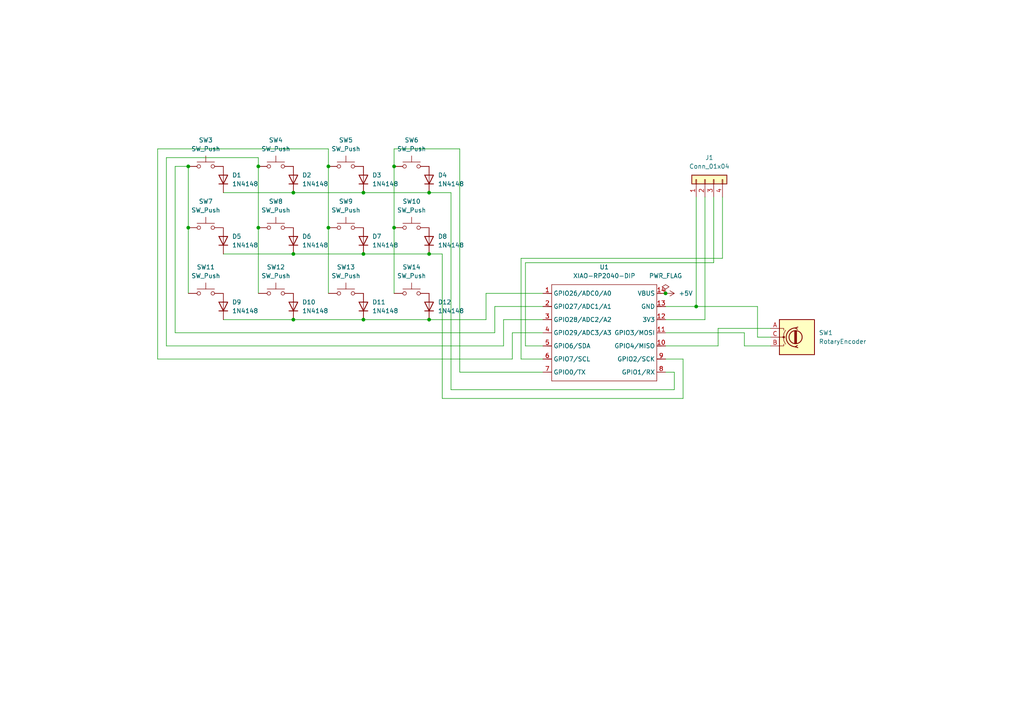
<source format=kicad_sch>
(kicad_sch
	(version 20250114)
	(generator "eeschema")
	(generator_version "9.0")
	(uuid "38cd6f7e-bf2d-4b1d-a497-8de8694706e6")
	(paper "A4")
	(lib_symbols
		(symbol "Connector_Generic:Conn_01x04"
			(pin_names
				(offset 1.016)
				(hide yes)
			)
			(exclude_from_sim no)
			(in_bom yes)
			(on_board yes)
			(property "Reference" "J1"
				(at 6.35 -1.27 90)
				(effects
					(font
						(size 1.27 1.27)
					)
				)
			)
			(property "Value" "Conn_01x04"
				(at 3.81 -1.27 90)
				(effects
					(font
						(size 1.27 1.27)
					)
				)
			)
			(property "Footprint" "Connector:FanPinHeader_1x04_P2.54mm_Vertical"
				(at 0 0 0)
				(effects
					(font
						(size 1.27 1.27)
					)
					(hide yes)
				)
			)
			(property "Datasheet" "~"
				(at 0 0 0)
				(effects
					(font
						(size 1.27 1.27)
					)
					(hide yes)
				)
			)
			(property "Description" "Generic connector, single row, 01x04, script generated (kicad-library-utils/schlib/autogen/connector/)"
				(at 0 0 0)
				(effects
					(font
						(size 1.27 1.27)
					)
					(hide yes)
				)
			)
			(property "ki_keywords" "connector"
				(at 0 0 0)
				(effects
					(font
						(size 1.27 1.27)
					)
					(hide yes)
				)
			)
			(property "ki_fp_filters" "Connector*:*_1x??_*"
				(at 0 0 0)
				(effects
					(font
						(size 1.27 1.27)
					)
					(hide yes)
				)
			)
			(symbol "Conn_01x04_1_1"
				(rectangle
					(start -1.27 3.81)
					(end 1.27 -6.35)
					(stroke
						(width 0.254)
						(type default)
					)
					(fill
						(type background)
					)
				)
				(rectangle
					(start -1.27 2.667)
					(end 0 2.413)
					(stroke
						(width 0.1524)
						(type default)
					)
					(fill
						(type none)
					)
				)
				(rectangle
					(start -1.27 0.127)
					(end 0 -0.127)
					(stroke
						(width 0.1524)
						(type default)
					)
					(fill
						(type none)
					)
				)
				(rectangle
					(start -1.27 -2.413)
					(end 0 -2.667)
					(stroke
						(width 0.1524)
						(type default)
					)
					(fill
						(type none)
					)
				)
				(rectangle
					(start -1.27 -4.953)
					(end 0 -5.207)
					(stroke
						(width 0.1524)
						(type default)
					)
					(fill
						(type none)
					)
				)
				(pin passive line
					(at -5.08 2.54 0)
					(length 3.81)
					(name "GND"
						(effects
							(font
								(size 1.27 1.27)
							)
						)
					)
					(number "1"
						(effects
							(font
								(size 1.27 1.27)
							)
						)
					)
				)
				(pin passive line
					(at -5.08 0 0)
					(length 3.81)
					(name "VCC"
						(effects
							(font
								(size 1.27 1.27)
							)
						)
					)
					(number "2"
						(effects
							(font
								(size 1.27 1.27)
							)
						)
					)
				)
				(pin passive line
					(at -5.08 -2.54 0)
					(length 3.81)
					(name "SDA"
						(effects
							(font
								(size 1.27 1.27)
							)
						)
					)
					(number "3"
						(effects
							(font
								(size 1.27 1.27)
							)
						)
					)
				)
				(pin passive line
					(at -5.08 -5.08 0)
					(length 3.81)
					(name "SCL"
						(effects
							(font
								(size 1.27 1.27)
							)
						)
					)
					(number "4"
						(effects
							(font
								(size 1.27 1.27)
							)
						)
					)
				)
			)
			(embedded_fonts no)
		)
		(symbol "Device:RotaryEncoder"
			(pin_names
				(offset 0.254)
				(hide yes)
			)
			(exclude_from_sim no)
			(in_bom yes)
			(on_board yes)
			(property "Reference" "SW"
				(at 0 6.604 0)
				(effects
					(font
						(size 1.27 1.27)
					)
				)
			)
			(property "Value" "RotaryEncoder"
				(at 0 -6.604 0)
				(effects
					(font
						(size 1.27 1.27)
					)
				)
			)
			(property "Footprint" ""
				(at -3.81 4.064 0)
				(effects
					(font
						(size 1.27 1.27)
					)
					(hide yes)
				)
			)
			(property "Datasheet" "~"
				(at 0 6.604 0)
				(effects
					(font
						(size 1.27 1.27)
					)
					(hide yes)
				)
			)
			(property "Description" "Rotary encoder, dual channel, incremental quadrate outputs"
				(at 0 0 0)
				(effects
					(font
						(size 1.27 1.27)
					)
					(hide yes)
				)
			)
			(property "ki_keywords" "rotary switch encoder"
				(at 0 0 0)
				(effects
					(font
						(size 1.27 1.27)
					)
					(hide yes)
				)
			)
			(property "ki_fp_filters" "RotaryEncoder*"
				(at 0 0 0)
				(effects
					(font
						(size 1.27 1.27)
					)
					(hide yes)
				)
			)
			(symbol "RotaryEncoder_0_1"
				(rectangle
					(start -5.08 5.08)
					(end 5.08 -5.08)
					(stroke
						(width 0.254)
						(type default)
					)
					(fill
						(type background)
					)
				)
				(polyline
					(pts
						(xy -5.08 2.54) (xy -3.81 2.54) (xy -3.81 2.032)
					)
					(stroke
						(width 0)
						(type default)
					)
					(fill
						(type none)
					)
				)
				(polyline
					(pts
						(xy -5.08 0) (xy -3.81 0) (xy -3.81 -1.016) (xy -3.302 -2.032)
					)
					(stroke
						(width 0)
						(type default)
					)
					(fill
						(type none)
					)
				)
				(polyline
					(pts
						(xy -5.08 -2.54) (xy -3.81 -2.54) (xy -3.81 -2.032)
					)
					(stroke
						(width 0)
						(type default)
					)
					(fill
						(type none)
					)
				)
				(polyline
					(pts
						(xy -4.318 0) (xy -3.81 0) (xy -3.81 1.016) (xy -3.302 2.032)
					)
					(stroke
						(width 0)
						(type default)
					)
					(fill
						(type none)
					)
				)
				(circle
					(center -3.81 0)
					(radius 0.254)
					(stroke
						(width 0)
						(type default)
					)
					(fill
						(type outline)
					)
				)
				(polyline
					(pts
						(xy -0.635 -1.778) (xy -0.635 1.778)
					)
					(stroke
						(width 0.254)
						(type default)
					)
					(fill
						(type none)
					)
				)
				(circle
					(center -0.381 0)
					(radius 1.905)
					(stroke
						(width 0.254)
						(type default)
					)
					(fill
						(type none)
					)
				)
				(polyline
					(pts
						(xy -0.381 -1.778) (xy -0.381 1.778)
					)
					(stroke
						(width 0.254)
						(type default)
					)
					(fill
						(type none)
					)
				)
				(arc
					(start -0.381 -2.794)
					(mid -3.0988 -0.0635)
					(end -0.381 2.667)
					(stroke
						(width 0.254)
						(type default)
					)
					(fill
						(type none)
					)
				)
				(polyline
					(pts
						(xy -0.127 1.778) (xy -0.127 -1.778)
					)
					(stroke
						(width 0.254)
						(type default)
					)
					(fill
						(type none)
					)
				)
				(polyline
					(pts
						(xy 0.254 2.921) (xy -0.508 2.667) (xy 0.127 2.286)
					)
					(stroke
						(width 0.254)
						(type default)
					)
					(fill
						(type none)
					)
				)
				(polyline
					(pts
						(xy 0.254 -3.048) (xy -0.508 -2.794) (xy 0.127 -2.413)
					)
					(stroke
						(width 0.254)
						(type default)
					)
					(fill
						(type none)
					)
				)
			)
			(symbol "RotaryEncoder_1_1"
				(pin passive line
					(at -7.62 2.54 0)
					(length 2.54)
					(name "A"
						(effects
							(font
								(size 1.27 1.27)
							)
						)
					)
					(number "A"
						(effects
							(font
								(size 1.27 1.27)
							)
						)
					)
				)
				(pin passive line
					(at -7.62 0 0)
					(length 2.54)
					(name "C"
						(effects
							(font
								(size 1.27 1.27)
							)
						)
					)
					(number "C"
						(effects
							(font
								(size 1.27 1.27)
							)
						)
					)
				)
				(pin passive line
					(at -7.62 -2.54 0)
					(length 2.54)
					(name "B"
						(effects
							(font
								(size 1.27 1.27)
							)
						)
					)
					(number "B"
						(effects
							(font
								(size 1.27 1.27)
							)
						)
					)
				)
			)
			(embedded_fonts no)
		)
		(symbol "Diode:1N4148"
			(pin_numbers
				(hide yes)
			)
			(pin_names
				(hide yes)
			)
			(exclude_from_sim no)
			(in_bom yes)
			(on_board yes)
			(property "Reference" "D"
				(at 0 2.54 0)
				(effects
					(font
						(size 1.27 1.27)
					)
				)
			)
			(property "Value" "1N4148"
				(at 0 -2.54 0)
				(effects
					(font
						(size 1.27 1.27)
					)
				)
			)
			(property "Footprint" "Diode_THT:D_DO-35_SOD27_P7.62mm_Horizontal"
				(at 0 0 0)
				(effects
					(font
						(size 1.27 1.27)
					)
					(hide yes)
				)
			)
			(property "Datasheet" "https://assets.nexperia.com/documents/data-sheet/1N4148_1N4448.pdf"
				(at 0 0 0)
				(effects
					(font
						(size 1.27 1.27)
					)
					(hide yes)
				)
			)
			(property "Description" "100V 0.15A standard switching diode, DO-35"
				(at 0 0 0)
				(effects
					(font
						(size 1.27 1.27)
					)
					(hide yes)
				)
			)
			(property "Sim.Device" "D"
				(at 0 0 0)
				(effects
					(font
						(size 1.27 1.27)
					)
					(hide yes)
				)
			)
			(property "Sim.Pins" "1=K 2=A"
				(at 0 0 0)
				(effects
					(font
						(size 1.27 1.27)
					)
					(hide yes)
				)
			)
			(property "ki_keywords" "diode"
				(at 0 0 0)
				(effects
					(font
						(size 1.27 1.27)
					)
					(hide yes)
				)
			)
			(property "ki_fp_filters" "D*DO?35*"
				(at 0 0 0)
				(effects
					(font
						(size 1.27 1.27)
					)
					(hide yes)
				)
			)
			(symbol "1N4148_0_1"
				(polyline
					(pts
						(xy -1.27 1.27) (xy -1.27 -1.27)
					)
					(stroke
						(width 0.254)
						(type default)
					)
					(fill
						(type none)
					)
				)
				(polyline
					(pts
						(xy 1.27 1.27) (xy 1.27 -1.27) (xy -1.27 0) (xy 1.27 1.27)
					)
					(stroke
						(width 0.254)
						(type default)
					)
					(fill
						(type none)
					)
				)
				(polyline
					(pts
						(xy 1.27 0) (xy -1.27 0)
					)
					(stroke
						(width 0)
						(type default)
					)
					(fill
						(type none)
					)
				)
			)
			(symbol "1N4148_1_1"
				(pin passive line
					(at -3.81 0 0)
					(length 2.54)
					(name "K"
						(effects
							(font
								(size 1.27 1.27)
							)
						)
					)
					(number "1"
						(effects
							(font
								(size 1.27 1.27)
							)
						)
					)
				)
				(pin passive line
					(at 3.81 0 180)
					(length 2.54)
					(name "A"
						(effects
							(font
								(size 1.27 1.27)
							)
						)
					)
					(number "2"
						(effects
							(font
								(size 1.27 1.27)
							)
						)
					)
				)
			)
			(embedded_fonts no)
		)
		(symbol "OPL:XIAO-RP2040-DIP"
			(exclude_from_sim no)
			(in_bom yes)
			(on_board yes)
			(property "Reference" "U"
				(at 0 0 0)
				(effects
					(font
						(size 1.27 1.27)
					)
				)
			)
			(property "Value" "XIAO-RP2040-DIP"
				(at 5.334 -1.778 0)
				(effects
					(font
						(size 1.27 1.27)
					)
				)
			)
			(property "Footprint" "Module:MOUDLE14P-XIAO-DIP-SMD"
				(at 14.478 -32.258 0)
				(effects
					(font
						(size 1.27 1.27)
					)
					(hide yes)
				)
			)
			(property "Datasheet" ""
				(at 0 0 0)
				(effects
					(font
						(size 1.27 1.27)
					)
					(hide yes)
				)
			)
			(property "Description" ""
				(at 0 0 0)
				(effects
					(font
						(size 1.27 1.27)
					)
					(hide yes)
				)
			)
			(symbol "XIAO-RP2040-DIP_1_0"
				(polyline
					(pts
						(xy -1.27 -2.54) (xy 29.21 -2.54)
					)
					(stroke
						(width 0.1524)
						(type solid)
					)
					(fill
						(type none)
					)
				)
				(polyline
					(pts
						(xy -1.27 -5.08) (xy -2.54 -5.08)
					)
					(stroke
						(width 0.1524)
						(type solid)
					)
					(fill
						(type none)
					)
				)
				(polyline
					(pts
						(xy -1.27 -5.08) (xy -1.27 -2.54)
					)
					(stroke
						(width 0.1524)
						(type solid)
					)
					(fill
						(type none)
					)
				)
				(polyline
					(pts
						(xy -1.27 -8.89) (xy -2.54 -8.89)
					)
					(stroke
						(width 0.1524)
						(type solid)
					)
					(fill
						(type none)
					)
				)
				(polyline
					(pts
						(xy -1.27 -8.89) (xy -1.27 -5.08)
					)
					(stroke
						(width 0.1524)
						(type solid)
					)
					(fill
						(type none)
					)
				)
				(polyline
					(pts
						(xy -1.27 -12.7) (xy -2.54 -12.7)
					)
					(stroke
						(width 0.1524)
						(type solid)
					)
					(fill
						(type none)
					)
				)
				(polyline
					(pts
						(xy -1.27 -12.7) (xy -1.27 -8.89)
					)
					(stroke
						(width 0.1524)
						(type solid)
					)
					(fill
						(type none)
					)
				)
				(polyline
					(pts
						(xy -1.27 -16.51) (xy -2.54 -16.51)
					)
					(stroke
						(width 0.1524)
						(type solid)
					)
					(fill
						(type none)
					)
				)
				(polyline
					(pts
						(xy -1.27 -16.51) (xy -1.27 -12.7)
					)
					(stroke
						(width 0.1524)
						(type solid)
					)
					(fill
						(type none)
					)
				)
				(polyline
					(pts
						(xy -1.27 -20.32) (xy -2.54 -20.32)
					)
					(stroke
						(width 0.1524)
						(type solid)
					)
					(fill
						(type none)
					)
				)
				(polyline
					(pts
						(xy -1.27 -24.13) (xy -2.54 -24.13)
					)
					(stroke
						(width 0.1524)
						(type solid)
					)
					(fill
						(type none)
					)
				)
				(polyline
					(pts
						(xy -1.27 -27.94) (xy -2.54 -27.94)
					)
					(stroke
						(width 0.1524)
						(type solid)
					)
					(fill
						(type none)
					)
				)
				(polyline
					(pts
						(xy -1.27 -30.48) (xy -1.27 -16.51)
					)
					(stroke
						(width 0.1524)
						(type solid)
					)
					(fill
						(type none)
					)
				)
				(polyline
					(pts
						(xy 29.21 -2.54) (xy 29.21 -5.08)
					)
					(stroke
						(width 0.1524)
						(type solid)
					)
					(fill
						(type none)
					)
				)
				(polyline
					(pts
						(xy 29.21 -5.08) (xy 29.21 -8.89)
					)
					(stroke
						(width 0.1524)
						(type solid)
					)
					(fill
						(type none)
					)
				)
				(polyline
					(pts
						(xy 29.21 -8.89) (xy 29.21 -12.7)
					)
					(stroke
						(width 0.1524)
						(type solid)
					)
					(fill
						(type none)
					)
				)
				(polyline
					(pts
						(xy 29.21 -12.7) (xy 29.21 -30.48)
					)
					(stroke
						(width 0.1524)
						(type solid)
					)
					(fill
						(type none)
					)
				)
				(polyline
					(pts
						(xy 29.21 -30.48) (xy -1.27 -30.48)
					)
					(stroke
						(width 0.1524)
						(type solid)
					)
					(fill
						(type none)
					)
				)
				(polyline
					(pts
						(xy 30.48 -5.08) (xy 29.21 -5.08)
					)
					(stroke
						(width 0.1524)
						(type solid)
					)
					(fill
						(type none)
					)
				)
				(polyline
					(pts
						(xy 30.48 -8.89) (xy 29.21 -8.89)
					)
					(stroke
						(width 0.1524)
						(type solid)
					)
					(fill
						(type none)
					)
				)
				(polyline
					(pts
						(xy 30.48 -12.7) (xy 29.21 -12.7)
					)
					(stroke
						(width 0.1524)
						(type solid)
					)
					(fill
						(type none)
					)
				)
				(polyline
					(pts
						(xy 30.48 -16.51) (xy 29.21 -16.51)
					)
					(stroke
						(width 0.1524)
						(type solid)
					)
					(fill
						(type none)
					)
				)
				(polyline
					(pts
						(xy 30.48 -20.32) (xy 29.21 -20.32)
					)
					(stroke
						(width 0.1524)
						(type solid)
					)
					(fill
						(type none)
					)
				)
				(polyline
					(pts
						(xy 30.48 -24.13) (xy 29.21 -24.13)
					)
					(stroke
						(width 0.1524)
						(type solid)
					)
					(fill
						(type none)
					)
				)
				(polyline
					(pts
						(xy 30.48 -27.94) (xy 29.21 -27.94)
					)
					(stroke
						(width 0.1524)
						(type solid)
					)
					(fill
						(type none)
					)
				)
				(pin passive line
					(at -3.81 -5.08 0)
					(length 2.54)
					(name "GPIO26/ADC0/A0"
						(effects
							(font
								(size 1.27 1.27)
							)
						)
					)
					(number "1"
						(effects
							(font
								(size 1.27 1.27)
							)
						)
					)
				)
				(pin passive line
					(at -3.81 -8.89 0)
					(length 2.54)
					(name "GPIO27/ADC1/A1"
						(effects
							(font
								(size 1.27 1.27)
							)
						)
					)
					(number "2"
						(effects
							(font
								(size 1.27 1.27)
							)
						)
					)
				)
				(pin passive line
					(at -3.81 -12.7 0)
					(length 2.54)
					(name "GPIO28/ADC2/A2"
						(effects
							(font
								(size 1.27 1.27)
							)
						)
					)
					(number "3"
						(effects
							(font
								(size 1.27 1.27)
							)
						)
					)
				)
				(pin passive line
					(at -3.81 -16.51 0)
					(length 2.54)
					(name "GPIO29/ADC3/A3"
						(effects
							(font
								(size 1.27 1.27)
							)
						)
					)
					(number "4"
						(effects
							(font
								(size 1.27 1.27)
							)
						)
					)
				)
				(pin passive line
					(at -3.81 -20.32 0)
					(length 2.54)
					(name "GPIO6/SDA"
						(effects
							(font
								(size 1.27 1.27)
							)
						)
					)
					(number "5"
						(effects
							(font
								(size 1.27 1.27)
							)
						)
					)
				)
				(pin passive line
					(at -3.81 -24.13 0)
					(length 2.54)
					(name "GPIO7/SCL"
						(effects
							(font
								(size 1.27 1.27)
							)
						)
					)
					(number "6"
						(effects
							(font
								(size 1.27 1.27)
							)
						)
					)
				)
				(pin passive line
					(at -3.81 -27.94 0)
					(length 2.54)
					(name "GPIO0/TX"
						(effects
							(font
								(size 1.27 1.27)
							)
						)
					)
					(number "7"
						(effects
							(font
								(size 1.27 1.27)
							)
						)
					)
				)
				(pin passive line
					(at 31.75 -5.08 180)
					(length 2.54)
					(name "VBUS"
						(effects
							(font
								(size 1.27 1.27)
							)
						)
					)
					(number "14"
						(effects
							(font
								(size 1.27 1.27)
							)
						)
					)
				)
				(pin passive line
					(at 31.75 -8.89 180)
					(length 2.54)
					(name "GND"
						(effects
							(font
								(size 1.27 1.27)
							)
						)
					)
					(number "13"
						(effects
							(font
								(size 1.27 1.27)
							)
						)
					)
				)
				(pin passive line
					(at 31.75 -12.7 180)
					(length 2.54)
					(name "3V3"
						(effects
							(font
								(size 1.27 1.27)
							)
						)
					)
					(number "12"
						(effects
							(font
								(size 1.27 1.27)
							)
						)
					)
				)
				(pin passive line
					(at 31.75 -16.51 180)
					(length 2.54)
					(name "GPIO3/MOSI"
						(effects
							(font
								(size 1.27 1.27)
							)
						)
					)
					(number "11"
						(effects
							(font
								(size 1.27 1.27)
							)
						)
					)
				)
				(pin passive line
					(at 31.75 -20.32 180)
					(length 2.54)
					(name "GPIO4/MISO"
						(effects
							(font
								(size 1.27 1.27)
							)
						)
					)
					(number "10"
						(effects
							(font
								(size 1.27 1.27)
							)
						)
					)
				)
				(pin passive line
					(at 31.75 -24.13 180)
					(length 2.54)
					(name "GPIO2/SCK"
						(effects
							(font
								(size 1.27 1.27)
							)
						)
					)
					(number "9"
						(effects
							(font
								(size 1.27 1.27)
							)
						)
					)
				)
				(pin passive line
					(at 31.75 -27.94 180)
					(length 2.54)
					(name "GPIO1/RX"
						(effects
							(font
								(size 1.27 1.27)
							)
						)
					)
					(number "8"
						(effects
							(font
								(size 1.27 1.27)
							)
						)
					)
				)
			)
			(embedded_fonts no)
		)
		(symbol "Switch:SW_Push"
			(pin_numbers
				(hide yes)
			)
			(pin_names
				(offset 1.016)
				(hide yes)
			)
			(exclude_from_sim no)
			(in_bom yes)
			(on_board yes)
			(property "Reference" "SW"
				(at 1.27 2.54 0)
				(effects
					(font
						(size 1.27 1.27)
					)
					(justify left)
				)
			)
			(property "Value" "SW_Push"
				(at 0 -1.524 0)
				(effects
					(font
						(size 1.27 1.27)
					)
				)
			)
			(property "Footprint" ""
				(at 0 5.08 0)
				(effects
					(font
						(size 1.27 1.27)
					)
					(hide yes)
				)
			)
			(property "Datasheet" "~"
				(at 0 5.08 0)
				(effects
					(font
						(size 1.27 1.27)
					)
					(hide yes)
				)
			)
			(property "Description" "Push button switch, generic, two pins"
				(at 0 0 0)
				(effects
					(font
						(size 1.27 1.27)
					)
					(hide yes)
				)
			)
			(property "ki_keywords" "switch normally-open pushbutton push-button"
				(at 0 0 0)
				(effects
					(font
						(size 1.27 1.27)
					)
					(hide yes)
				)
			)
			(symbol "SW_Push_0_1"
				(circle
					(center -2.032 0)
					(radius 0.508)
					(stroke
						(width 0)
						(type default)
					)
					(fill
						(type none)
					)
				)
				(polyline
					(pts
						(xy 0 1.27) (xy 0 3.048)
					)
					(stroke
						(width 0)
						(type default)
					)
					(fill
						(type none)
					)
				)
				(circle
					(center 2.032 0)
					(radius 0.508)
					(stroke
						(width 0)
						(type default)
					)
					(fill
						(type none)
					)
				)
				(polyline
					(pts
						(xy 2.54 1.27) (xy -2.54 1.27)
					)
					(stroke
						(width 0)
						(type default)
					)
					(fill
						(type none)
					)
				)
				(pin passive line
					(at -5.08 0 0)
					(length 2.54)
					(name "1"
						(effects
							(font
								(size 1.27 1.27)
							)
						)
					)
					(number "1"
						(effects
							(font
								(size 1.27 1.27)
							)
						)
					)
				)
				(pin passive line
					(at 5.08 0 180)
					(length 2.54)
					(name "2"
						(effects
							(font
								(size 1.27 1.27)
							)
						)
					)
					(number "2"
						(effects
							(font
								(size 1.27 1.27)
							)
						)
					)
				)
			)
			(embedded_fonts no)
		)
		(symbol "power:+5V"
			(power)
			(pin_numbers
				(hide yes)
			)
			(pin_names
				(offset 0)
				(hide yes)
			)
			(exclude_from_sim no)
			(in_bom yes)
			(on_board yes)
			(property "Reference" "#PWR"
				(at 0 -3.81 0)
				(effects
					(font
						(size 1.27 1.27)
					)
					(hide yes)
				)
			)
			(property "Value" "+5V"
				(at 0 3.556 0)
				(effects
					(font
						(size 1.27 1.27)
					)
				)
			)
			(property "Footprint" ""
				(at 0 0 0)
				(effects
					(font
						(size 1.27 1.27)
					)
					(hide yes)
				)
			)
			(property "Datasheet" ""
				(at 0 0 0)
				(effects
					(font
						(size 1.27 1.27)
					)
					(hide yes)
				)
			)
			(property "Description" "Power symbol creates a global label with name \"+5V\""
				(at 0 0 0)
				(effects
					(font
						(size 1.27 1.27)
					)
					(hide yes)
				)
			)
			(property "ki_keywords" "global power"
				(at 0 0 0)
				(effects
					(font
						(size 1.27 1.27)
					)
					(hide yes)
				)
			)
			(symbol "+5V_0_1"
				(polyline
					(pts
						(xy -0.762 1.27) (xy 0 2.54)
					)
					(stroke
						(width 0)
						(type default)
					)
					(fill
						(type none)
					)
				)
				(polyline
					(pts
						(xy 0 2.54) (xy 0.762 1.27)
					)
					(stroke
						(width 0)
						(type default)
					)
					(fill
						(type none)
					)
				)
				(polyline
					(pts
						(xy 0 0) (xy 0 2.54)
					)
					(stroke
						(width 0)
						(type default)
					)
					(fill
						(type none)
					)
				)
			)
			(symbol "+5V_1_1"
				(pin power_in line
					(at 0 0 90)
					(length 0)
					(name "~"
						(effects
							(font
								(size 1.27 1.27)
							)
						)
					)
					(number "1"
						(effects
							(font
								(size 1.27 1.27)
							)
						)
					)
				)
			)
			(embedded_fonts no)
		)
		(symbol "power:PWR_FLAG"
			(power)
			(pin_numbers
				(hide yes)
			)
			(pin_names
				(offset 0)
				(hide yes)
			)
			(exclude_from_sim no)
			(in_bom yes)
			(on_board yes)
			(property "Reference" "#FLG"
				(at 0 1.905 0)
				(effects
					(font
						(size 1.27 1.27)
					)
					(hide yes)
				)
			)
			(property "Value" "PWR_FLAG"
				(at 0 3.81 0)
				(effects
					(font
						(size 1.27 1.27)
					)
				)
			)
			(property "Footprint" ""
				(at 0 0 0)
				(effects
					(font
						(size 1.27 1.27)
					)
					(hide yes)
				)
			)
			(property "Datasheet" "~"
				(at 0 0 0)
				(effects
					(font
						(size 1.27 1.27)
					)
					(hide yes)
				)
			)
			(property "Description" "Special symbol for telling ERC where power comes from"
				(at 0 0 0)
				(effects
					(font
						(size 1.27 1.27)
					)
					(hide yes)
				)
			)
			(property "ki_keywords" "flag power"
				(at 0 0 0)
				(effects
					(font
						(size 1.27 1.27)
					)
					(hide yes)
				)
			)
			(symbol "PWR_FLAG_0_0"
				(pin power_out line
					(at 0 0 90)
					(length 0)
					(name "~"
						(effects
							(font
								(size 1.27 1.27)
							)
						)
					)
					(number "1"
						(effects
							(font
								(size 1.27 1.27)
							)
						)
					)
				)
			)
			(symbol "PWR_FLAG_0_1"
				(polyline
					(pts
						(xy 0 0) (xy 0 1.27) (xy -1.016 1.905) (xy 0 2.54) (xy 1.016 1.905) (xy 0 1.27)
					)
					(stroke
						(width 0)
						(type default)
					)
					(fill
						(type none)
					)
				)
			)
			(embedded_fonts no)
		)
	)
	(junction
		(at 105.41 73.66)
		(diameter 0)
		(color 0 0 0 0)
		(uuid "19fbfc25-f5d1-4018-9c7a-4a193036b010")
	)
	(junction
		(at 85.09 55.88)
		(diameter 0)
		(color 0 0 0 0)
		(uuid "221a4952-1d2a-45dc-8d64-8b8066738191")
	)
	(junction
		(at 124.46 92.71)
		(diameter 0)
		(color 0 0 0 0)
		(uuid "22e8c910-0412-4fa2-a067-cbf894b3f8a7")
	)
	(junction
		(at 85.09 73.66)
		(diameter 0)
		(color 0 0 0 0)
		(uuid "38f4a20c-917e-4d8a-91b5-d331401a66d2")
	)
	(junction
		(at 105.41 55.88)
		(diameter 0)
		(color 0 0 0 0)
		(uuid "41145607-a3fa-414f-9499-715fb4fd61b1")
	)
	(junction
		(at 54.61 66.04)
		(diameter 0)
		(color 0 0 0 0)
		(uuid "42390f44-2879-4418-b9dc-451fdfe9e4a4")
	)
	(junction
		(at 124.46 55.88)
		(diameter 0)
		(color 0 0 0 0)
		(uuid "4e7e8b0e-04f0-488e-a034-04632d2c16ac")
	)
	(junction
		(at 74.93 48.26)
		(diameter 0)
		(color 0 0 0 0)
		(uuid "51e13d45-88f3-4b0f-bedd-2093ef01abcc")
	)
	(junction
		(at 85.09 92.71)
		(diameter 0)
		(color 0 0 0 0)
		(uuid "7b81708b-bd9b-4165-901f-f53dee3ab5e9")
	)
	(junction
		(at 124.46 73.66)
		(diameter 0)
		(color 0 0 0 0)
		(uuid "7cd7d707-b7e3-4bf4-9bc8-2e2133c5ed72")
	)
	(junction
		(at 95.25 48.26)
		(diameter 0)
		(color 0 0 0 0)
		(uuid "883acc91-64f7-49a2-8bc0-ec39bc0cafd8")
	)
	(junction
		(at 201.93 88.9)
		(diameter 0)
		(color 0 0 0 0)
		(uuid "99cb11ea-daad-45db-b992-0253d9c38c8d")
	)
	(junction
		(at 54.61 48.26)
		(diameter 0)
		(color 0 0 0 0)
		(uuid "a061a82d-0b4b-41d0-96c7-99ca93b33ecd")
	)
	(junction
		(at 105.41 92.71)
		(diameter 0)
		(color 0 0 0 0)
		(uuid "b67830ac-04f1-4f15-9c50-9ce6650d9184")
	)
	(junction
		(at 114.3 48.26)
		(diameter 0)
		(color 0 0 0 0)
		(uuid "badf4361-6d91-49d0-a4c4-47ccea5831c4")
	)
	(junction
		(at 193.04 85.09)
		(diameter 0)
		(color 0 0 0 0)
		(uuid "c3211be4-931e-4479-8fa9-8dc559d0e5b7")
	)
	(junction
		(at 114.3 66.04)
		(diameter 0)
		(color 0 0 0 0)
		(uuid "d17884cb-066a-44bc-a479-1ee336adf5f1")
	)
	(junction
		(at 74.93 66.04)
		(diameter 0)
		(color 0 0 0 0)
		(uuid "d484794e-f57d-4cbd-b9f4-48988b93d9c2")
	)
	(junction
		(at 95.25 66.04)
		(diameter 0)
		(color 0 0 0 0)
		(uuid "e456d2ec-dc93-4c0c-a5df-51e664764784")
	)
	(wire
		(pts
			(xy 124.46 73.66) (xy 128.27 73.66)
		)
		(stroke
			(width 0)
			(type default)
		)
		(uuid "04ead1aa-4809-4dba-91c7-a9d32934075e")
	)
	(wire
		(pts
			(xy 124.46 55.88) (xy 130.81 55.88)
		)
		(stroke
			(width 0)
			(type default)
		)
		(uuid "0dcebb27-f383-454e-b741-9dd718cad9f6")
	)
	(wire
		(pts
			(xy 201.93 57.15) (xy 201.93 88.9)
		)
		(stroke
			(width 0)
			(type default)
		)
		(uuid "0ddbbdc0-a963-4bb3-bebe-fc5ec3a79306")
	)
	(wire
		(pts
			(xy 130.81 113.03) (xy 195.58 113.03)
		)
		(stroke
			(width 0)
			(type default)
		)
		(uuid "15d8a1e9-304f-42db-9de7-d372e8e58f14")
	)
	(wire
		(pts
			(xy 148.59 96.52) (xy 157.48 96.52)
		)
		(stroke
			(width 0)
			(type default)
		)
		(uuid "23b6f466-a2a2-4f33-b4f1-9d6f371fe02f")
	)
	(wire
		(pts
			(xy 95.25 48.26) (xy 95.25 66.04)
		)
		(stroke
			(width 0)
			(type default)
		)
		(uuid "29a78f5e-bb1c-4fc8-a66f-de5d9645619b")
	)
	(wire
		(pts
			(xy 193.04 96.52) (xy 215.9 96.52)
		)
		(stroke
			(width 0)
			(type default)
		)
		(uuid "29e704e4-fb24-44e5-9b0b-ea9e94bfdd13")
	)
	(wire
		(pts
			(xy 215.9 100.33) (xy 223.52 100.33)
		)
		(stroke
			(width 0)
			(type default)
		)
		(uuid "2ea4b459-aca4-4df4-ac32-c496fb800312")
	)
	(wire
		(pts
			(xy 74.93 45.72) (xy 74.93 48.26)
		)
		(stroke
			(width 0)
			(type default)
		)
		(uuid "2f69b7f0-8834-4dc7-a31b-c36668081c94")
	)
	(wire
		(pts
			(xy 207.01 76.2) (xy 152.4 76.2)
		)
		(stroke
			(width 0)
			(type default)
		)
		(uuid "304aac76-f21d-491e-b5e6-5623d756d7cf")
	)
	(wire
		(pts
			(xy 95.25 43.18) (xy 45.72 43.18)
		)
		(stroke
			(width 0)
			(type default)
		)
		(uuid "3052fefe-29f2-476a-b63d-26af927439ac")
	)
	(wire
		(pts
			(xy 204.47 92.71) (xy 193.04 92.71)
		)
		(stroke
			(width 0)
			(type default)
		)
		(uuid "367f74ee-2b81-420f-ad78-855e25650d9a")
	)
	(wire
		(pts
			(xy 215.9 96.52) (xy 215.9 100.33)
		)
		(stroke
			(width 0)
			(type default)
		)
		(uuid "37a07655-b908-4392-b653-5b67a23a321f")
	)
	(wire
		(pts
			(xy 114.3 48.26) (xy 114.3 66.04)
		)
		(stroke
			(width 0)
			(type default)
		)
		(uuid "3fff7a96-cdfa-4d42-a5c2-1d393f1974db")
	)
	(wire
		(pts
			(xy 209.55 57.15) (xy 209.55 74.93)
		)
		(stroke
			(width 0)
			(type default)
		)
		(uuid "4267e716-dc1c-497e-9c0d-4c89c59ea310")
	)
	(wire
		(pts
			(xy 95.25 66.04) (xy 95.25 85.09)
		)
		(stroke
			(width 0)
			(type default)
		)
		(uuid "42ca8fcb-3ce8-43f8-9a47-5fbaaaefddba")
	)
	(wire
		(pts
			(xy 223.52 95.25) (xy 208.28 95.25)
		)
		(stroke
			(width 0)
			(type default)
		)
		(uuid "45c0b1d9-8a4d-4def-b5c0-7cd4a08e7bdf")
	)
	(wire
		(pts
			(xy 146.05 100.33) (xy 146.05 92.71)
		)
		(stroke
			(width 0)
			(type default)
		)
		(uuid "4ecf732d-096d-4ea9-9136-139be62302f9")
	)
	(wire
		(pts
			(xy 54.61 66.04) (xy 54.61 85.09)
		)
		(stroke
			(width 0)
			(type default)
		)
		(uuid "4f467d18-13c8-4cca-82e4-1d0c042173a7")
	)
	(wire
		(pts
			(xy 128.27 115.57) (xy 198.12 115.57)
		)
		(stroke
			(width 0)
			(type default)
		)
		(uuid "51a7cc49-87f0-4a28-8dc0-e66a0dfacd24")
	)
	(wire
		(pts
			(xy 64.77 73.66) (xy 85.09 73.66)
		)
		(stroke
			(width 0)
			(type default)
		)
		(uuid "5a1f713a-5108-4547-8b57-0f2eef90fec3")
	)
	(wire
		(pts
			(xy 74.93 45.72) (xy 48.26 45.72)
		)
		(stroke
			(width 0)
			(type default)
		)
		(uuid "5baf2f7d-8dde-4c39-aa24-ccfe77979805")
	)
	(wire
		(pts
			(xy 85.09 73.66) (xy 105.41 73.66)
		)
		(stroke
			(width 0)
			(type default)
		)
		(uuid "5bfc98af-ed80-4bde-bb6a-38634fc1ed12")
	)
	(wire
		(pts
			(xy 193.04 104.14) (xy 198.12 104.14)
		)
		(stroke
			(width 0)
			(type default)
		)
		(uuid "5dd5943c-6ecf-4a33-b834-2776984c5912")
	)
	(wire
		(pts
			(xy 133.35 107.95) (xy 157.48 107.95)
		)
		(stroke
			(width 0)
			(type default)
		)
		(uuid "60d20a5c-0bd5-4ae7-ab88-f16fc11c7446")
	)
	(wire
		(pts
			(xy 114.3 48.26) (xy 114.3 43.18)
		)
		(stroke
			(width 0)
			(type default)
		)
		(uuid "646376af-2fb5-4fbd-afb1-c1e117642680")
	)
	(wire
		(pts
			(xy 64.77 92.71) (xy 85.09 92.71)
		)
		(stroke
			(width 0)
			(type default)
		)
		(uuid "666b142d-4398-4c15-bc13-c74c2ab93adc")
	)
	(wire
		(pts
			(xy 204.47 57.15) (xy 204.47 92.71)
		)
		(stroke
			(width 0)
			(type default)
		)
		(uuid "6b4b588d-5c28-4ad0-aad0-c8b46b12a3c9")
	)
	(wire
		(pts
			(xy 201.93 88.9) (xy 219.71 88.9)
		)
		(stroke
			(width 0)
			(type default)
		)
		(uuid "6eeb3a92-5f4e-440f-b267-2ad4bd5d9248")
	)
	(wire
		(pts
			(xy 64.77 55.88) (xy 85.09 55.88)
		)
		(stroke
			(width 0)
			(type default)
		)
		(uuid "701d416e-c00e-4ca7-b5a1-38a0a27c5f4a")
	)
	(wire
		(pts
			(xy 74.93 48.26) (xy 74.93 66.04)
		)
		(stroke
			(width 0)
			(type default)
		)
		(uuid "794d85c0-a5a3-43e5-9b27-9ffa4c577bcf")
	)
	(wire
		(pts
			(xy 195.58 107.95) (xy 193.04 107.95)
		)
		(stroke
			(width 0)
			(type default)
		)
		(uuid "7ad07090-4d2e-4e29-8ba7-d7c9c3af1849")
	)
	(wire
		(pts
			(xy 105.41 92.71) (xy 124.46 92.71)
		)
		(stroke
			(width 0)
			(type default)
		)
		(uuid "7ffe2378-8e95-4ed1-a89a-95dc73e8bded")
	)
	(wire
		(pts
			(xy 209.55 74.93) (xy 151.13 74.93)
		)
		(stroke
			(width 0)
			(type default)
		)
		(uuid "80be3717-800c-4c65-8a8e-1dab7f7b4f43")
	)
	(wire
		(pts
			(xy 207.01 57.15) (xy 207.01 76.2)
		)
		(stroke
			(width 0)
			(type default)
		)
		(uuid "823812fc-786f-4fd7-bab2-f9e25c049300")
	)
	(wire
		(pts
			(xy 219.71 97.79) (xy 223.52 97.79)
		)
		(stroke
			(width 0)
			(type default)
		)
		(uuid "82db0811-3b3d-4288-9104-58590a7e43da")
	)
	(wire
		(pts
			(xy 140.97 92.71) (xy 140.97 85.09)
		)
		(stroke
			(width 0)
			(type default)
		)
		(uuid "88884585-b1f1-485b-aa71-0a2a48227606")
	)
	(wire
		(pts
			(xy 130.81 55.88) (xy 130.81 113.03)
		)
		(stroke
			(width 0)
			(type default)
		)
		(uuid "8d26610e-f7c8-4da5-8620-6586bb01a5e7")
	)
	(wire
		(pts
			(xy 50.8 48.26) (xy 50.8 96.52)
		)
		(stroke
			(width 0)
			(type default)
		)
		(uuid "8d802ae8-745b-4bc5-b42a-6252c0a85261")
	)
	(wire
		(pts
			(xy 208.28 95.25) (xy 208.28 100.33)
		)
		(stroke
			(width 0)
			(type default)
		)
		(uuid "8e1cef0b-4341-49be-b53f-5868852d6daf")
	)
	(wire
		(pts
			(xy 151.13 104.14) (xy 157.48 104.14)
		)
		(stroke
			(width 0)
			(type default)
		)
		(uuid "8e35327f-41cd-4865-8bb0-48db58654bb0")
	)
	(wire
		(pts
			(xy 143.51 96.52) (xy 143.51 88.9)
		)
		(stroke
			(width 0)
			(type default)
		)
		(uuid "91b7c079-74c0-4364-b614-093996422633")
	)
	(wire
		(pts
			(xy 85.09 55.88) (xy 105.41 55.88)
		)
		(stroke
			(width 0)
			(type default)
		)
		(uuid "92aa2973-aa22-4e3f-92ca-ba2baf21cb27")
	)
	(wire
		(pts
			(xy 45.72 43.18) (xy 45.72 104.14)
		)
		(stroke
			(width 0)
			(type default)
		)
		(uuid "92e30fd7-bdbe-48fe-b9aa-1f05db4343ae")
	)
	(wire
		(pts
			(xy 140.97 85.09) (xy 157.48 85.09)
		)
		(stroke
			(width 0)
			(type default)
		)
		(uuid "936b824b-9ae9-4d57-a7ca-72d2452a4424")
	)
	(wire
		(pts
			(xy 114.3 43.18) (xy 133.35 43.18)
		)
		(stroke
			(width 0)
			(type default)
		)
		(uuid "9785f4b1-3871-453b-a102-9408c7ce6415")
	)
	(wire
		(pts
			(xy 208.28 100.33) (xy 193.04 100.33)
		)
		(stroke
			(width 0)
			(type default)
		)
		(uuid "9c467bfa-0031-46a1-a489-705eeeec620c")
	)
	(wire
		(pts
			(xy 114.3 66.04) (xy 114.3 85.09)
		)
		(stroke
			(width 0)
			(type default)
		)
		(uuid "9f3ce3ea-f4db-429f-a371-b8fb25d658ce")
	)
	(wire
		(pts
			(xy 54.61 48.26) (xy 50.8 48.26)
		)
		(stroke
			(width 0)
			(type default)
		)
		(uuid "9fa985c1-ff44-4dd6-8a4f-3701d869deb0")
	)
	(wire
		(pts
			(xy 133.35 43.18) (xy 133.35 107.95)
		)
		(stroke
			(width 0)
			(type default)
		)
		(uuid "a17f6e84-5dd8-4701-8e23-1f5842aa685f")
	)
	(wire
		(pts
			(xy 148.59 104.14) (xy 148.59 96.52)
		)
		(stroke
			(width 0)
			(type default)
		)
		(uuid "a730731e-d206-47f6-a744-1dfcfe64efcc")
	)
	(wire
		(pts
			(xy 219.71 88.9) (xy 219.71 97.79)
		)
		(stroke
			(width 0)
			(type default)
		)
		(uuid "a74fe23b-daf6-476a-b8ac-a8c44c5cdb58")
	)
	(wire
		(pts
			(xy 95.25 43.18) (xy 95.25 48.26)
		)
		(stroke
			(width 0)
			(type default)
		)
		(uuid "b2d4f3f8-64d8-4680-bbdd-00ff68d43d26")
	)
	(wire
		(pts
			(xy 48.26 45.72) (xy 48.26 100.33)
		)
		(stroke
			(width 0)
			(type default)
		)
		(uuid "b8d7140e-c6b3-40f2-a288-938dffb2f5d3")
	)
	(wire
		(pts
			(xy 143.51 88.9) (xy 157.48 88.9)
		)
		(stroke
			(width 0)
			(type default)
		)
		(uuid "bde4b553-8279-444d-94a2-395e936defd7")
	)
	(wire
		(pts
			(xy 198.12 115.57) (xy 198.12 104.14)
		)
		(stroke
			(width 0)
			(type default)
		)
		(uuid "c9400943-dfc9-4f7c-8234-ce10c8524f11")
	)
	(wire
		(pts
			(xy 85.09 92.71) (xy 105.41 92.71)
		)
		(stroke
			(width 0)
			(type default)
		)
		(uuid "ccf29002-63b5-4a70-a3af-6560e49656b7")
	)
	(wire
		(pts
			(xy 151.13 74.93) (xy 151.13 104.14)
		)
		(stroke
			(width 0)
			(type default)
		)
		(uuid "d060f489-6705-4c08-9aad-6393152163e1")
	)
	(wire
		(pts
			(xy 193.04 88.9) (xy 201.93 88.9)
		)
		(stroke
			(width 0)
			(type default)
		)
		(uuid "d33792d9-0434-4378-b2fb-2135efec29f7")
	)
	(wire
		(pts
			(xy 146.05 92.71) (xy 157.48 92.71)
		)
		(stroke
			(width 0)
			(type default)
		)
		(uuid "d5915e73-5c6f-46ec-9c1d-82cb3348df39")
	)
	(wire
		(pts
			(xy 152.4 76.2) (xy 152.4 100.33)
		)
		(stroke
			(width 0)
			(type default)
		)
		(uuid "d97e5b2e-de75-473d-a3e1-d74708407cbe")
	)
	(wire
		(pts
			(xy 195.58 113.03) (xy 195.58 107.95)
		)
		(stroke
			(width 0)
			(type default)
		)
		(uuid "dea42bb6-2530-4412-b69b-1ea1e4787a5a")
	)
	(wire
		(pts
			(xy 105.41 55.88) (xy 124.46 55.88)
		)
		(stroke
			(width 0)
			(type default)
		)
		(uuid "dfeb7a8b-7a98-4bb8-9312-05aa4667e74e")
	)
	(wire
		(pts
			(xy 105.41 73.66) (xy 124.46 73.66)
		)
		(stroke
			(width 0)
			(type default)
		)
		(uuid "e2f01740-ca4c-4338-9b6d-653ea9701bdc")
	)
	(wire
		(pts
			(xy 74.93 66.04) (xy 74.93 85.09)
		)
		(stroke
			(width 0)
			(type default)
		)
		(uuid "e3620b47-ac7a-46bb-aba0-26f40339e33a")
	)
	(wire
		(pts
			(xy 48.26 100.33) (xy 146.05 100.33)
		)
		(stroke
			(width 0)
			(type default)
		)
		(uuid "e4849636-b140-4dcf-b0d7-cd37f554f29a")
	)
	(wire
		(pts
			(xy 54.61 48.26) (xy 54.61 66.04)
		)
		(stroke
			(width 0)
			(type default)
		)
		(uuid "ee685544-5cd5-4cd9-a817-961bef4143cd")
	)
	(wire
		(pts
			(xy 45.72 104.14) (xy 148.59 104.14)
		)
		(stroke
			(width 0)
			(type default)
		)
		(uuid "f698002e-dc35-4402-b2f8-81c93e417b2c")
	)
	(wire
		(pts
			(xy 128.27 73.66) (xy 128.27 115.57)
		)
		(stroke
			(width 0)
			(type default)
		)
		(uuid "f8642abd-18b8-4b4e-b1fe-de3b7aa667ac")
	)
	(wire
		(pts
			(xy 152.4 100.33) (xy 157.48 100.33)
		)
		(stroke
			(width 0)
			(type default)
		)
		(uuid "f87002b9-f019-4806-be54-16466cd372c8")
	)
	(wire
		(pts
			(xy 50.8 96.52) (xy 143.51 96.52)
		)
		(stroke
			(width 0)
			(type default)
		)
		(uuid "fafde3d6-d725-4b2f-b876-649eda0992ce")
	)
	(wire
		(pts
			(xy 124.46 92.71) (xy 140.97 92.71)
		)
		(stroke
			(width 0)
			(type default)
		)
		(uuid "fb8204a8-1c1e-4258-a617-50893e537b8c")
	)
	(symbol
		(lib_id "Diode:1N4148")
		(at 124.46 88.9 90)
		(unit 1)
		(exclude_from_sim no)
		(in_bom yes)
		(on_board yes)
		(dnp no)
		(fields_autoplaced yes)
		(uuid "019b4471-37af-416d-bd8a-b4e5cf1f5252")
		(property "Reference" "D12"
			(at 127 87.6299 90)
			(effects
				(font
					(size 1.27 1.27)
				)
				(justify right)
			)
		)
		(property "Value" "1N4148"
			(at 127 90.1699 90)
			(effects
				(font
					(size 1.27 1.27)
				)
				(justify right)
			)
		)
		(property "Footprint" "Diode_THT:D_DO-35_SOD27_P7.62mm_Horizontal"
			(at 124.46 88.9 0)
			(effects
				(font
					(size 1.27 1.27)
				)
				(hide yes)
			)
		)
		(property "Datasheet" "https://assets.nexperia.com/documents/data-sheet/1N4148_1N4448.pdf"
			(at 124.46 88.9 0)
			(effects
				(font
					(size 1.27 1.27)
				)
				(hide yes)
			)
		)
		(property "Description" "100V 0.15A standard switching diode, DO-35"
			(at 124.46 88.9 0)
			(effects
				(font
					(size 1.27 1.27)
				)
				(hide yes)
			)
		)
		(property "Sim.Device" "D"
			(at 124.46 88.9 0)
			(effects
				(font
					(size 1.27 1.27)
				)
				(hide yes)
			)
		)
		(property "Sim.Pins" "1=K 2=A"
			(at 124.46 88.9 0)
			(effects
				(font
					(size 1.27 1.27)
				)
				(hide yes)
			)
		)
		(pin "2"
			(uuid "08dfb36a-18d4-489f-8724-664470e4ec02")
		)
		(pin "1"
			(uuid "31a210d1-8787-48b3-b535-912cd00361a8")
		)
		(instances
			(project ""
				(path "/38cd6f7e-bf2d-4b1d-a497-8de8694706e6"
					(reference "D12")
					(unit 1)
				)
			)
		)
	)
	(symbol
		(lib_id "Switch:SW_Push")
		(at 80.01 66.04 0)
		(unit 1)
		(exclude_from_sim no)
		(in_bom yes)
		(on_board yes)
		(dnp no)
		(fields_autoplaced yes)
		(uuid "039cd15a-0cad-4eaf-8af2-ca11eebd0b60")
		(property "Reference" "SW8"
			(at 80.01 58.42 0)
			(effects
				(font
					(size 1.27 1.27)
				)
			)
		)
		(property "Value" "SW_Push"
			(at 80.01 60.96 0)
			(effects
				(font
					(size 1.27 1.27)
				)
			)
		)
		(property "Footprint" "Button_Switch_Keyboard:SW_Cherry_MX_1.00u_PCB"
			(at 80.01 60.96 0)
			(effects
				(font
					(size 1.27 1.27)
				)
				(hide yes)
			)
		)
		(property "Datasheet" "~"
			(at 80.01 60.96 0)
			(effects
				(font
					(size 1.27 1.27)
				)
				(hide yes)
			)
		)
		(property "Description" "Push button switch, generic, two pins"
			(at 80.01 66.04 0)
			(effects
				(font
					(size 1.27 1.27)
				)
				(hide yes)
			)
		)
		(pin "1"
			(uuid "dea43bbe-95c9-41b8-a60c-ea3d35cb62fe")
		)
		(pin "2"
			(uuid "475dd28a-9dfb-43b4-b608-141de3b29361")
		)
		(instances
			(project ""
				(path "/38cd6f7e-bf2d-4b1d-a497-8de8694706e6"
					(reference "SW8")
					(unit 1)
				)
			)
		)
	)
	(symbol
		(lib_id "Diode:1N4148")
		(at 64.77 69.85 90)
		(unit 1)
		(exclude_from_sim no)
		(in_bom yes)
		(on_board yes)
		(dnp no)
		(fields_autoplaced yes)
		(uuid "0b83d4ba-0d0c-4492-a542-18b1decb5715")
		(property "Reference" "D5"
			(at 67.31 68.5799 90)
			(effects
				(font
					(size 1.27 1.27)
				)
				(justify right)
			)
		)
		(property "Value" "1N4148"
			(at 67.31 71.1199 90)
			(effects
				(font
					(size 1.27 1.27)
				)
				(justify right)
			)
		)
		(property "Footprint" "Diode_THT:D_DO-35_SOD27_P7.62mm_Horizontal"
			(at 64.77 69.85 0)
			(effects
				(font
					(size 1.27 1.27)
				)
				(hide yes)
			)
		)
		(property "Datasheet" "https://assets.nexperia.com/documents/data-sheet/1N4148_1N4448.pdf"
			(at 64.77 69.85 0)
			(effects
				(font
					(size 1.27 1.27)
				)
				(hide yes)
			)
		)
		(property "Description" "100V 0.15A standard switching diode, DO-35"
			(at 64.77 69.85 0)
			(effects
				(font
					(size 1.27 1.27)
				)
				(hide yes)
			)
		)
		(property "Sim.Device" "D"
			(at 64.77 69.85 0)
			(effects
				(font
					(size 1.27 1.27)
				)
				(hide yes)
			)
		)
		(property "Sim.Pins" "1=K 2=A"
			(at 64.77 69.85 0)
			(effects
				(font
					(size 1.27 1.27)
				)
				(hide yes)
			)
		)
		(pin "1"
			(uuid "02a463e9-e50d-46d7-bf9c-59ce857ca66a")
		)
		(pin "2"
			(uuid "0b1c6685-ec3e-4d2e-9f48-fea420f6f708")
		)
		(instances
			(project ""
				(path "/38cd6f7e-bf2d-4b1d-a497-8de8694706e6"
					(reference "D5")
					(unit 1)
				)
			)
		)
	)
	(symbol
		(lib_id "Diode:1N4148")
		(at 64.77 88.9 90)
		(unit 1)
		(exclude_from_sim no)
		(in_bom yes)
		(on_board yes)
		(dnp no)
		(fields_autoplaced yes)
		(uuid "11b46c20-01c4-4942-a99f-eb70bf7e9748")
		(property "Reference" "D9"
			(at 67.31 87.6299 90)
			(effects
				(font
					(size 1.27 1.27)
				)
				(justify right)
			)
		)
		(property "Value" "1N4148"
			(at 67.31 90.1699 90)
			(effects
				(font
					(size 1.27 1.27)
				)
				(justify right)
			)
		)
		(property "Footprint" "Diode_THT:D_DO-35_SOD27_P7.62mm_Horizontal"
			(at 64.77 88.9 0)
			(effects
				(font
					(size 1.27 1.27)
				)
				(hide yes)
			)
		)
		(property "Datasheet" "https://assets.nexperia.com/documents/data-sheet/1N4148_1N4448.pdf"
			(at 64.77 88.9 0)
			(effects
				(font
					(size 1.27 1.27)
				)
				(hide yes)
			)
		)
		(property "Description" "100V 0.15A standard switching diode, DO-35"
			(at 64.77 88.9 0)
			(effects
				(font
					(size 1.27 1.27)
				)
				(hide yes)
			)
		)
		(property "Sim.Device" "D"
			(at 64.77 88.9 0)
			(effects
				(font
					(size 1.27 1.27)
				)
				(hide yes)
			)
		)
		(property "Sim.Pins" "1=K 2=A"
			(at 64.77 88.9 0)
			(effects
				(font
					(size 1.27 1.27)
				)
				(hide yes)
			)
		)
		(pin "1"
			(uuid "8e66ded8-3600-4c44-b1c5-38f108a302c1")
		)
		(pin "2"
			(uuid "73362a79-1791-43f4-872e-9596c1a5191c")
		)
		(instances
			(project ""
				(path "/38cd6f7e-bf2d-4b1d-a497-8de8694706e6"
					(reference "D9")
					(unit 1)
				)
			)
		)
	)
	(symbol
		(lib_id "Diode:1N4148")
		(at 85.09 88.9 90)
		(unit 1)
		(exclude_from_sim no)
		(in_bom yes)
		(on_board yes)
		(dnp no)
		(fields_autoplaced yes)
		(uuid "17c76de8-6f5b-45aa-8897-c96face34e4d")
		(property "Reference" "D10"
			(at 87.63 87.6299 90)
			(effects
				(font
					(size 1.27 1.27)
				)
				(justify right)
			)
		)
		(property "Value" "1N4148"
			(at 87.63 90.1699 90)
			(effects
				(font
					(size 1.27 1.27)
				)
				(justify right)
			)
		)
		(property "Footprint" "Diode_THT:D_DO-35_SOD27_P7.62mm_Horizontal"
			(at 85.09 88.9 0)
			(effects
				(font
					(size 1.27 1.27)
				)
				(hide yes)
			)
		)
		(property "Datasheet" "https://assets.nexperia.com/documents/data-sheet/1N4148_1N4448.pdf"
			(at 85.09 88.9 0)
			(effects
				(font
					(size 1.27 1.27)
				)
				(hide yes)
			)
		)
		(property "Description" "100V 0.15A standard switching diode, DO-35"
			(at 85.09 88.9 0)
			(effects
				(font
					(size 1.27 1.27)
				)
				(hide yes)
			)
		)
		(property "Sim.Device" "D"
			(at 85.09 88.9 0)
			(effects
				(font
					(size 1.27 1.27)
				)
				(hide yes)
			)
		)
		(property "Sim.Pins" "1=K 2=A"
			(at 85.09 88.9 0)
			(effects
				(font
					(size 1.27 1.27)
				)
				(hide yes)
			)
		)
		(pin "2"
			(uuid "524923bc-17ec-404c-87b6-5fd4b9472855")
		)
		(pin "1"
			(uuid "0adea930-f45e-420f-96d1-1e42d57e5eb3")
		)
		(instances
			(project ""
				(path "/38cd6f7e-bf2d-4b1d-a497-8de8694706e6"
					(reference "D10")
					(unit 1)
				)
			)
		)
	)
	(symbol
		(lib_id "Switch:SW_Push")
		(at 100.33 66.04 0)
		(unit 1)
		(exclude_from_sim no)
		(in_bom yes)
		(on_board yes)
		(dnp no)
		(fields_autoplaced yes)
		(uuid "19be38e2-74a0-423b-87ac-0f102b61ad04")
		(property "Reference" "SW9"
			(at 100.33 58.42 0)
			(effects
				(font
					(size 1.27 1.27)
				)
			)
		)
		(property "Value" "SW_Push"
			(at 100.33 60.96 0)
			(effects
				(font
					(size 1.27 1.27)
				)
			)
		)
		(property "Footprint" "Button_Switch_Keyboard:SW_Cherry_MX_1.00u_PCB"
			(at 100.33 60.96 0)
			(effects
				(font
					(size 1.27 1.27)
				)
				(hide yes)
			)
		)
		(property "Datasheet" "~"
			(at 100.33 60.96 0)
			(effects
				(font
					(size 1.27 1.27)
				)
				(hide yes)
			)
		)
		(property "Description" "Push button switch, generic, two pins"
			(at 100.33 66.04 0)
			(effects
				(font
					(size 1.27 1.27)
				)
				(hide yes)
			)
		)
		(pin "2"
			(uuid "4acf1d26-c312-4c69-aee9-c499264a8671")
		)
		(pin "1"
			(uuid "1be43014-7c3d-497a-ad76-d26e87c5615c")
		)
		(instances
			(project ""
				(path "/38cd6f7e-bf2d-4b1d-a497-8de8694706e6"
					(reference "SW9")
					(unit 1)
				)
			)
		)
	)
	(symbol
		(lib_id "OPL:XIAO-RP2040-DIP")
		(at 161.29 80.01 0)
		(unit 1)
		(exclude_from_sim no)
		(in_bom yes)
		(on_board yes)
		(dnp no)
		(fields_autoplaced yes)
		(uuid "1acf65ea-72ea-4279-a27e-811bc94b5b0b")
		(property "Reference" "U1"
			(at 175.26 77.47 0)
			(effects
				(font
					(size 1.27 1.27)
				)
			)
		)
		(property "Value" "XIAO-RP2040-DIP"
			(at 175.26 80.01 0)
			(effects
				(font
					(size 1.27 1.27)
				)
			)
		)
		(property "Footprint" "OPL:XIAO-RP2040-DIP"
			(at 175.768 112.268 0)
			(effects
				(font
					(size 1.27 1.27)
				)
				(hide yes)
			)
		)
		(property "Datasheet" ""
			(at 161.29 80.01 0)
			(effects
				(font
					(size 1.27 1.27)
				)
				(hide yes)
			)
		)
		(property "Description" ""
			(at 161.29 80.01 0)
			(effects
				(font
					(size 1.27 1.27)
				)
				(hide yes)
			)
		)
		(pin "14"
			(uuid "4cb1c560-023c-4683-8edf-3fecfd3f1a3b")
		)
		(pin "3"
			(uuid "dd96c6eb-3cc8-42ed-9e01-6845897f0097")
		)
		(pin "5"
			(uuid "f8d3187a-045d-4fca-bc84-5cc89c1d68bd")
		)
		(pin "8"
			(uuid "4173ec43-de85-4b77-a26f-450948103af8")
		)
		(pin "7"
			(uuid "787ab272-8f8f-4fc2-9002-63dbc172bfed")
		)
		(pin "1"
			(uuid "4f2bd1ce-58a4-48df-b4f5-376f42f929fa")
		)
		(pin "2"
			(uuid "9efd534b-58d5-44f3-bd20-6f93002a250e")
		)
		(pin "11"
			(uuid "2e29ab59-30f3-4f20-ad7e-a210b6d40c15")
		)
		(pin "10"
			(uuid "c496e798-6fa3-425f-a47e-73c4b8bb9f87")
		)
		(pin "12"
			(uuid "c310b70a-9f06-4a79-a54f-c06992540011")
		)
		(pin "4"
			(uuid "49cd2064-9089-4072-9f07-17ad556ba069")
		)
		(pin "9"
			(uuid "40ba0ad5-d858-4b21-b2dd-50c9a07844ec")
		)
		(pin "6"
			(uuid "11fa8cac-6e8e-47e8-b3d9-e87d13e4b586")
		)
		(pin "13"
			(uuid "2c28bcde-f3b8-420b-af8d-907031f65824")
		)
		(instances
			(project ""
				(path "/38cd6f7e-bf2d-4b1d-a497-8de8694706e6"
					(reference "U1")
					(unit 1)
				)
			)
		)
	)
	(symbol
		(lib_id "power:+5V")
		(at 193.04 85.09 270)
		(unit 1)
		(exclude_from_sim no)
		(in_bom yes)
		(on_board yes)
		(dnp no)
		(fields_autoplaced yes)
		(uuid "2a86363d-16fb-4614-b3e5-78742c825219")
		(property "Reference" "#PWR01"
			(at 189.23 85.09 0)
			(effects
				(font
					(size 1.27 1.27)
				)
				(hide yes)
			)
		)
		(property "Value" "+5V"
			(at 196.85 85.0899 90)
			(effects
				(font
					(size 1.27 1.27)
				)
				(justify left)
			)
		)
		(property "Footprint" ""
			(at 193.04 85.09 0)
			(effects
				(font
					(size 1.27 1.27)
				)
				(hide yes)
			)
		)
		(property "Datasheet" ""
			(at 193.04 85.09 0)
			(effects
				(font
					(size 1.27 1.27)
				)
				(hide yes)
			)
		)
		(property "Description" "Power symbol creates a global label with name \"+5V\""
			(at 193.04 85.09 0)
			(effects
				(font
					(size 1.27 1.27)
				)
				(hide yes)
			)
		)
		(pin "1"
			(uuid "bc2c03f4-f5d8-40f9-bf65-257b5eece05a")
		)
		(instances
			(project ""
				(path "/38cd6f7e-bf2d-4b1d-a497-8de8694706e6"
					(reference "#PWR01")
					(unit 1)
				)
			)
		)
	)
	(symbol
		(lib_id "Switch:SW_Push")
		(at 119.38 66.04 0)
		(unit 1)
		(exclude_from_sim no)
		(in_bom yes)
		(on_board yes)
		(dnp no)
		(fields_autoplaced yes)
		(uuid "2ffc7a5a-adc0-4418-a676-7572ad4a9e87")
		(property "Reference" "SW10"
			(at 119.38 58.42 0)
			(effects
				(font
					(size 1.27 1.27)
				)
			)
		)
		(property "Value" "SW_Push"
			(at 119.38 60.96 0)
			(effects
				(font
					(size 1.27 1.27)
				)
			)
		)
		(property "Footprint" "Button_Switch_Keyboard:SW_Cherry_MX_1.00u_PCB"
			(at 119.38 60.96 0)
			(effects
				(font
					(size 1.27 1.27)
				)
				(hide yes)
			)
		)
		(property "Datasheet" "~"
			(at 119.38 60.96 0)
			(effects
				(font
					(size 1.27 1.27)
				)
				(hide yes)
			)
		)
		(property "Description" "Push button switch, generic, two pins"
			(at 119.38 66.04 0)
			(effects
				(font
					(size 1.27 1.27)
				)
				(hide yes)
			)
		)
		(pin "1"
			(uuid "051ede58-e145-4242-b84b-5f65fb1bf86c")
		)
		(pin "2"
			(uuid "bdfcf08e-7cc7-4cc1-be04-d93a9a595209")
		)
		(instances
			(project ""
				(path "/38cd6f7e-bf2d-4b1d-a497-8de8694706e6"
					(reference "SW10")
					(unit 1)
				)
			)
		)
	)
	(symbol
		(lib_id "Switch:SW_Push")
		(at 100.33 48.26 0)
		(unit 1)
		(exclude_from_sim no)
		(in_bom yes)
		(on_board yes)
		(dnp no)
		(fields_autoplaced yes)
		(uuid "47e1540b-848b-4617-a93d-051ab8cf5808")
		(property "Reference" "SW5"
			(at 100.33 40.64 0)
			(effects
				(font
					(size 1.27 1.27)
				)
			)
		)
		(property "Value" "SW_Push"
			(at 100.33 43.18 0)
			(effects
				(font
					(size 1.27 1.27)
				)
			)
		)
		(property "Footprint" "Button_Switch_Keyboard:SW_Cherry_MX_1.00u_PCB"
			(at 100.33 43.18 0)
			(effects
				(font
					(size 1.27 1.27)
				)
				(hide yes)
			)
		)
		(property "Datasheet" "~"
			(at 100.33 43.18 0)
			(effects
				(font
					(size 1.27 1.27)
				)
				(hide yes)
			)
		)
		(property "Description" "Push button switch, generic, two pins"
			(at 100.33 48.26 0)
			(effects
				(font
					(size 1.27 1.27)
				)
				(hide yes)
			)
		)
		(pin "2"
			(uuid "01ead882-4b74-4c5b-b033-42e3cc5e7a65")
		)
		(pin "1"
			(uuid "66f22c53-af81-4c2b-b4cc-fad8bf050e00")
		)
		(instances
			(project ""
				(path "/38cd6f7e-bf2d-4b1d-a497-8de8694706e6"
					(reference "SW5")
					(unit 1)
				)
			)
		)
	)
	(symbol
		(lib_id "Switch:SW_Push")
		(at 119.38 85.09 0)
		(unit 1)
		(exclude_from_sim no)
		(in_bom yes)
		(on_board yes)
		(dnp no)
		(fields_autoplaced yes)
		(uuid "5b655972-8c69-4d50-8a7c-587ab91aba87")
		(property "Reference" "SW14"
			(at 119.38 77.47 0)
			(effects
				(font
					(size 1.27 1.27)
				)
			)
		)
		(property "Value" "SW_Push"
			(at 119.38 80.01 0)
			(effects
				(font
					(size 1.27 1.27)
				)
			)
		)
		(property "Footprint" "Button_Switch_Keyboard:SW_Cherry_MX_1.00u_PCB"
			(at 119.38 80.01 0)
			(effects
				(font
					(size 1.27 1.27)
				)
				(hide yes)
			)
		)
		(property "Datasheet" "~"
			(at 119.38 80.01 0)
			(effects
				(font
					(size 1.27 1.27)
				)
				(hide yes)
			)
		)
		(property "Description" "Push button switch, generic, two pins"
			(at 119.38 85.09 0)
			(effects
				(font
					(size 1.27 1.27)
				)
				(hide yes)
			)
		)
		(pin "2"
			(uuid "aabd525a-d864-47dc-90a8-8944f52196de")
		)
		(pin "1"
			(uuid "6a7006ef-0b22-478d-adb2-143070979fba")
		)
		(instances
			(project ""
				(path "/38cd6f7e-bf2d-4b1d-a497-8de8694706e6"
					(reference "SW14")
					(unit 1)
				)
			)
		)
	)
	(symbol
		(lib_id "power:PWR_FLAG")
		(at 193.04 85.09 0)
		(unit 1)
		(exclude_from_sim no)
		(in_bom yes)
		(on_board yes)
		(dnp no)
		(fields_autoplaced yes)
		(uuid "63945e8d-26c3-4d8f-abfe-465ccff8cbd2")
		(property "Reference" "#FLG01"
			(at 193.04 83.185 0)
			(effects
				(font
					(size 1.27 1.27)
				)
				(hide yes)
			)
		)
		(property "Value" "PWR_FLAG"
			(at 193.04 80.01 0)
			(effects
				(font
					(size 1.27 1.27)
				)
			)
		)
		(property "Footprint" ""
			(at 193.04 85.09 0)
			(effects
				(font
					(size 1.27 1.27)
				)
				(hide yes)
			)
		)
		(property "Datasheet" "~"
			(at 193.04 85.09 0)
			(effects
				(font
					(size 1.27 1.27)
				)
				(hide yes)
			)
		)
		(property "Description" "Special symbol for telling ERC where power comes from"
			(at 193.04 85.09 0)
			(effects
				(font
					(size 1.27 1.27)
				)
				(hide yes)
			)
		)
		(pin "1"
			(uuid "38ce7e07-80bb-42c2-80b2-20e7719998c7")
		)
		(instances
			(project ""
				(path "/38cd6f7e-bf2d-4b1d-a497-8de8694706e6"
					(reference "#FLG01")
					(unit 1)
				)
			)
		)
	)
	(symbol
		(lib_id "Diode:1N4148")
		(at 64.77 52.07 90)
		(unit 1)
		(exclude_from_sim no)
		(in_bom yes)
		(on_board yes)
		(dnp no)
		(fields_autoplaced yes)
		(uuid "643c3a17-8b04-4c2e-a373-0e5524fec6f9")
		(property "Reference" "D1"
			(at 67.31 50.7999 90)
			(effects
				(font
					(size 1.27 1.27)
				)
				(justify right)
			)
		)
		(property "Value" "1N4148"
			(at 67.31 53.3399 90)
			(effects
				(font
					(size 1.27 1.27)
				)
				(justify right)
			)
		)
		(property "Footprint" "Diode_THT:D_DO-35_SOD27_P7.62mm_Horizontal"
			(at 64.77 52.07 0)
			(effects
				(font
					(size 1.27 1.27)
				)
				(hide yes)
			)
		)
		(property "Datasheet" "https://assets.nexperia.com/documents/data-sheet/1N4148_1N4448.pdf"
			(at 64.77 52.07 0)
			(effects
				(font
					(size 1.27 1.27)
				)
				(hide yes)
			)
		)
		(property "Description" "100V 0.15A standard switching diode, DO-35"
			(at 64.77 52.07 0)
			(effects
				(font
					(size 1.27 1.27)
				)
				(hide yes)
			)
		)
		(property "Sim.Device" "D"
			(at 64.77 52.07 0)
			(effects
				(font
					(size 1.27 1.27)
				)
				(hide yes)
			)
		)
		(property "Sim.Pins" "1=K 2=A"
			(at 64.77 52.07 0)
			(effects
				(font
					(size 1.27 1.27)
				)
				(hide yes)
			)
		)
		(pin "1"
			(uuid "72d596db-4891-4b89-a5a2-b747a7aa58c6")
		)
		(pin "2"
			(uuid "0839ac03-cc35-4a45-8b36-645d5b7b64c0")
		)
		(instances
			(project ""
				(path "/38cd6f7e-bf2d-4b1d-a497-8de8694706e6"
					(reference "D1")
					(unit 1)
				)
			)
		)
	)
	(symbol
		(lib_id "Connector_Generic:Conn_01x04")
		(at 204.47 52.07 90)
		(unit 1)
		(exclude_from_sim no)
		(in_bom yes)
		(on_board yes)
		(dnp no)
		(fields_autoplaced yes)
		(uuid "6b6106e9-d7ba-4f80-88f3-2ea3229fb542")
		(property "Reference" "J1"
			(at 205.74 45.72 90)
			(effects
				(font
					(size 1.27 1.27)
				)
			)
		)
		(property "Value" "Conn_01x04"
			(at 205.74 48.26 90)
			(effects
				(font
					(size 1.27 1.27)
				)
			)
		)
		(property "Footprint" "OLED:SSD1306-0.91-OLED-4pin-128x32"
			(at 204.47 52.07 0)
			(effects
				(font
					(size 1.27 1.27)
				)
				(hide yes)
			)
		)
		(property "Datasheet" "~"
			(at 204.47 52.07 0)
			(effects
				(font
					(size 1.27 1.27)
				)
				(hide yes)
			)
		)
		(property "Description" "Generic connector, single row, 01x04, script generated (kicad-library-utils/schlib/autogen/connector/)"
			(at 204.47 52.07 0)
			(effects
				(font
					(size 1.27 1.27)
				)
				(hide yes)
			)
		)
		(pin "4"
			(uuid "ca37521d-3183-48e9-ba8e-09d575ddbd4f")
		)
		(pin "2"
			(uuid "86ce0887-8736-46eb-9bf4-7a09d725d9d9")
		)
		(pin "1"
			(uuid "175fd5f8-f4a8-491b-871f-a5fa0ad622c7")
		)
		(pin "3"
			(uuid "c5e5eeca-8a92-456a-8af8-efdb954d7c94")
		)
		(instances
			(project ""
				(path "/38cd6f7e-bf2d-4b1d-a497-8de8694706e6"
					(reference "J1")
					(unit 1)
				)
			)
		)
	)
	(symbol
		(lib_id "Switch:SW_Push")
		(at 59.69 48.26 0)
		(unit 1)
		(exclude_from_sim no)
		(in_bom yes)
		(on_board yes)
		(dnp no)
		(fields_autoplaced yes)
		(uuid "7963e3d8-75dd-47ce-8a5e-292777363c83")
		(property "Reference" "SW3"
			(at 59.69 40.64 0)
			(effects
				(font
					(size 1.27 1.27)
				)
			)
		)
		(property "Value" "SW_Push"
			(at 59.69 43.18 0)
			(effects
				(font
					(size 1.27 1.27)
				)
			)
		)
		(property "Footprint" "Button_Switch_Keyboard:SW_Cherry_MX_1.00u_PCB"
			(at 59.69 43.18 0)
			(effects
				(font
					(size 1.27 1.27)
				)
				(hide yes)
			)
		)
		(property "Datasheet" "~"
			(at 59.69 43.18 0)
			(effects
				(font
					(size 1.27 1.27)
				)
				(hide yes)
			)
		)
		(property "Description" "Push button switch, generic, two pins"
			(at 59.69 48.26 0)
			(effects
				(font
					(size 1.27 1.27)
				)
				(hide yes)
			)
		)
		(pin "2"
			(uuid "3f6031b9-2166-4ccb-8234-e92ede6c9ccb")
		)
		(pin "1"
			(uuid "1ac2f1de-6688-4e8c-91f6-4251fe822266")
		)
		(instances
			(project ""
				(path "/38cd6f7e-bf2d-4b1d-a497-8de8694706e6"
					(reference "SW3")
					(unit 1)
				)
			)
		)
	)
	(symbol
		(lib_id "Diode:1N4148")
		(at 105.41 52.07 90)
		(unit 1)
		(exclude_from_sim no)
		(in_bom yes)
		(on_board yes)
		(dnp no)
		(fields_autoplaced yes)
		(uuid "7983b6ed-338c-4ad1-b469-76275719cb61")
		(property "Reference" "D3"
			(at 107.95 50.7999 90)
			(effects
				(font
					(size 1.27 1.27)
				)
				(justify right)
			)
		)
		(property "Value" "1N4148"
			(at 107.95 53.3399 90)
			(effects
				(font
					(size 1.27 1.27)
				)
				(justify right)
			)
		)
		(property "Footprint" "Diode_THT:D_DO-35_SOD27_P7.62mm_Horizontal"
			(at 105.41 52.07 0)
			(effects
				(font
					(size 1.27 1.27)
				)
				(hide yes)
			)
		)
		(property "Datasheet" "https://assets.nexperia.com/documents/data-sheet/1N4148_1N4448.pdf"
			(at 105.41 52.07 0)
			(effects
				(font
					(size 1.27 1.27)
				)
				(hide yes)
			)
		)
		(property "Description" "100V 0.15A standard switching diode, DO-35"
			(at 105.41 52.07 0)
			(effects
				(font
					(size 1.27 1.27)
				)
				(hide yes)
			)
		)
		(property "Sim.Device" "D"
			(at 105.41 52.07 0)
			(effects
				(font
					(size 1.27 1.27)
				)
				(hide yes)
			)
		)
		(property "Sim.Pins" "1=K 2=A"
			(at 105.41 52.07 0)
			(effects
				(font
					(size 1.27 1.27)
				)
				(hide yes)
			)
		)
		(pin "1"
			(uuid "929a388f-ff46-4d20-aa49-7291eae126e9")
		)
		(pin "2"
			(uuid "ddf095da-6cc7-41ae-a442-73403636c22e")
		)
		(instances
			(project ""
				(path "/38cd6f7e-bf2d-4b1d-a497-8de8694706e6"
					(reference "D3")
					(unit 1)
				)
			)
		)
	)
	(symbol
		(lib_id "Diode:1N4148")
		(at 85.09 69.85 90)
		(unit 1)
		(exclude_from_sim no)
		(in_bom yes)
		(on_board yes)
		(dnp no)
		(fields_autoplaced yes)
		(uuid "7dee01eb-4476-4bc7-b9ad-56f891207b4a")
		(property "Reference" "D6"
			(at 87.63 68.5799 90)
			(effects
				(font
					(size 1.27 1.27)
				)
				(justify right)
			)
		)
		(property "Value" "1N4148"
			(at 87.63 71.1199 90)
			(effects
				(font
					(size 1.27 1.27)
				)
				(justify right)
			)
		)
		(property "Footprint" "Diode_THT:D_DO-35_SOD27_P7.62mm_Horizontal"
			(at 85.09 69.85 0)
			(effects
				(font
					(size 1.27 1.27)
				)
				(hide yes)
			)
		)
		(property "Datasheet" "https://assets.nexperia.com/documents/data-sheet/1N4148_1N4448.pdf"
			(at 85.09 69.85 0)
			(effects
				(font
					(size 1.27 1.27)
				)
				(hide yes)
			)
		)
		(property "Description" "100V 0.15A standard switching diode, DO-35"
			(at 85.09 69.85 0)
			(effects
				(font
					(size 1.27 1.27)
				)
				(hide yes)
			)
		)
		(property "Sim.Device" "D"
			(at 85.09 69.85 0)
			(effects
				(font
					(size 1.27 1.27)
				)
				(hide yes)
			)
		)
		(property "Sim.Pins" "1=K 2=A"
			(at 85.09 69.85 0)
			(effects
				(font
					(size 1.27 1.27)
				)
				(hide yes)
			)
		)
		(pin "2"
			(uuid "f0c156c0-e614-4016-99ca-95058c4c371d")
		)
		(pin "1"
			(uuid "fba0f933-4ddd-4533-b97d-9d44c8f1162a")
		)
		(instances
			(project ""
				(path "/38cd6f7e-bf2d-4b1d-a497-8de8694706e6"
					(reference "D6")
					(unit 1)
				)
			)
		)
	)
	(symbol
		(lib_id "Diode:1N4148")
		(at 124.46 69.85 90)
		(unit 1)
		(exclude_from_sim no)
		(in_bom yes)
		(on_board yes)
		(dnp no)
		(fields_autoplaced yes)
		(uuid "862c1af6-d9e7-4937-b079-e3d7b0bf35ed")
		(property "Reference" "D8"
			(at 127 68.5799 90)
			(effects
				(font
					(size 1.27 1.27)
				)
				(justify right)
			)
		)
		(property "Value" "1N4148"
			(at 127 71.1199 90)
			(effects
				(font
					(size 1.27 1.27)
				)
				(justify right)
			)
		)
		(property "Footprint" "Diode_THT:D_DO-35_SOD27_P7.62mm_Horizontal"
			(at 124.46 69.85 0)
			(effects
				(font
					(size 1.27 1.27)
				)
				(hide yes)
			)
		)
		(property "Datasheet" "https://assets.nexperia.com/documents/data-sheet/1N4148_1N4448.pdf"
			(at 124.46 69.85 0)
			(effects
				(font
					(size 1.27 1.27)
				)
				(hide yes)
			)
		)
		(property "Description" "100V 0.15A standard switching diode, DO-35"
			(at 124.46 69.85 0)
			(effects
				(font
					(size 1.27 1.27)
				)
				(hide yes)
			)
		)
		(property "Sim.Device" "D"
			(at 124.46 69.85 0)
			(effects
				(font
					(size 1.27 1.27)
				)
				(hide yes)
			)
		)
		(property "Sim.Pins" "1=K 2=A"
			(at 124.46 69.85 0)
			(effects
				(font
					(size 1.27 1.27)
				)
				(hide yes)
			)
		)
		(pin "1"
			(uuid "f37e5385-7aff-4196-ac12-202e88c0b82c")
		)
		(pin "2"
			(uuid "d21feaf0-efbe-49c1-a6d2-8c5e1a9f0c4b")
		)
		(instances
			(project ""
				(path "/38cd6f7e-bf2d-4b1d-a497-8de8694706e6"
					(reference "D8")
					(unit 1)
				)
			)
		)
	)
	(symbol
		(lib_id "Switch:SW_Push")
		(at 59.69 85.09 0)
		(unit 1)
		(exclude_from_sim no)
		(in_bom yes)
		(on_board yes)
		(dnp no)
		(fields_autoplaced yes)
		(uuid "8a0027d3-ab73-426a-8534-a88eac13f090")
		(property "Reference" "SW11"
			(at 59.69 77.47 0)
			(effects
				(font
					(size 1.27 1.27)
				)
			)
		)
		(property "Value" "SW_Push"
			(at 59.69 80.01 0)
			(effects
				(font
					(size 1.27 1.27)
				)
			)
		)
		(property "Footprint" "Button_Switch_Keyboard:SW_Cherry_MX_1.00u_PCB"
			(at 59.69 80.01 0)
			(effects
				(font
					(size 1.27 1.27)
				)
				(hide yes)
			)
		)
		(property "Datasheet" "~"
			(at 59.69 80.01 0)
			(effects
				(font
					(size 1.27 1.27)
				)
				(hide yes)
			)
		)
		(property "Description" "Push button switch, generic, two pins"
			(at 59.69 85.09 0)
			(effects
				(font
					(size 1.27 1.27)
				)
				(hide yes)
			)
		)
		(pin "2"
			(uuid "cc738efb-2a9d-4d1e-b564-ee4054fc8227")
		)
		(pin "1"
			(uuid "1e9f870c-6906-45c7-8af2-6ec4912c5519")
		)
		(instances
			(project ""
				(path "/38cd6f7e-bf2d-4b1d-a497-8de8694706e6"
					(reference "SW11")
					(unit 1)
				)
			)
		)
	)
	(symbol
		(lib_id "Switch:SW_Push")
		(at 80.01 85.09 0)
		(unit 1)
		(exclude_from_sim no)
		(in_bom yes)
		(on_board yes)
		(dnp no)
		(fields_autoplaced yes)
		(uuid "964c1928-5c80-4260-a9ef-6c103034aac8")
		(property "Reference" "SW12"
			(at 80.01 77.47 0)
			(effects
				(font
					(size 1.27 1.27)
				)
			)
		)
		(property "Value" "SW_Push"
			(at 80.01 80.01 0)
			(effects
				(font
					(size 1.27 1.27)
				)
			)
		)
		(property "Footprint" "Button_Switch_Keyboard:SW_Cherry_MX_1.00u_PCB"
			(at 80.01 80.01 0)
			(effects
				(font
					(size 1.27 1.27)
				)
				(hide yes)
			)
		)
		(property "Datasheet" "~"
			(at 80.01 80.01 0)
			(effects
				(font
					(size 1.27 1.27)
				)
				(hide yes)
			)
		)
		(property "Description" "Push button switch, generic, two pins"
			(at 80.01 85.09 0)
			(effects
				(font
					(size 1.27 1.27)
				)
				(hide yes)
			)
		)
		(pin "2"
			(uuid "03eef1e1-056c-4a6d-9f21-0f11b06ec7c3")
		)
		(pin "1"
			(uuid "f57b20fe-398e-44c6-a2bc-a3d314dfc050")
		)
		(instances
			(project ""
				(path "/38cd6f7e-bf2d-4b1d-a497-8de8694706e6"
					(reference "SW12")
					(unit 1)
				)
			)
		)
	)
	(symbol
		(lib_id "Switch:SW_Push")
		(at 59.69 66.04 0)
		(unit 1)
		(exclude_from_sim no)
		(in_bom yes)
		(on_board yes)
		(dnp no)
		(fields_autoplaced yes)
		(uuid "99b9c975-c9d4-490c-95ee-7c80488954b2")
		(property "Reference" "SW7"
			(at 59.69 58.42 0)
			(effects
				(font
					(size 1.27 1.27)
				)
			)
		)
		(property "Value" "SW_Push"
			(at 59.69 60.96 0)
			(effects
				(font
					(size 1.27 1.27)
				)
			)
		)
		(property "Footprint" "Button_Switch_Keyboard:SW_Cherry_MX_1.00u_PCB"
			(at 59.69 60.96 0)
			(effects
				(font
					(size 1.27 1.27)
				)
				(hide yes)
			)
		)
		(property "Datasheet" "~"
			(at 59.69 60.96 0)
			(effects
				(font
					(size 1.27 1.27)
				)
				(hide yes)
			)
		)
		(property "Description" "Push button switch, generic, two pins"
			(at 59.69 66.04 0)
			(effects
				(font
					(size 1.27 1.27)
				)
				(hide yes)
			)
		)
		(pin "1"
			(uuid "3a0959fe-33c5-4f53-bef4-cefd77a9b79c")
		)
		(pin "2"
			(uuid "7ad10116-353b-4ddb-b6be-867d79c51744")
		)
		(instances
			(project ""
				(path "/38cd6f7e-bf2d-4b1d-a497-8de8694706e6"
					(reference "SW7")
					(unit 1)
				)
			)
		)
	)
	(symbol
		(lib_id "Switch:SW_Push")
		(at 100.33 85.09 0)
		(unit 1)
		(exclude_from_sim no)
		(in_bom yes)
		(on_board yes)
		(dnp no)
		(fields_autoplaced yes)
		(uuid "bc361e15-f63b-40b8-ac3f-bd4278f8a0f6")
		(property "Reference" "SW13"
			(at 100.33 77.47 0)
			(effects
				(font
					(size 1.27 1.27)
				)
			)
		)
		(property "Value" "SW_Push"
			(at 100.33 80.01 0)
			(effects
				(font
					(size 1.27 1.27)
				)
			)
		)
		(property "Footprint" "Button_Switch_Keyboard:SW_Cherry_MX_1.00u_PCB"
			(at 100.33 80.01 0)
			(effects
				(font
					(size 1.27 1.27)
				)
				(hide yes)
			)
		)
		(property "Datasheet" "~"
			(at 100.33 80.01 0)
			(effects
				(font
					(size 1.27 1.27)
				)
				(hide yes)
			)
		)
		(property "Description" "Push button switch, generic, two pins"
			(at 100.33 85.09 0)
			(effects
				(font
					(size 1.27 1.27)
				)
				(hide yes)
			)
		)
		(pin "1"
			(uuid "65bab023-4f3f-4ed1-ab76-c87f71d5e6a3")
		)
		(pin "2"
			(uuid "e779e2ac-130b-4d20-a3c9-f57732708de4")
		)
		(instances
			(project ""
				(path "/38cd6f7e-bf2d-4b1d-a497-8de8694706e6"
					(reference "SW13")
					(unit 1)
				)
			)
		)
	)
	(symbol
		(lib_id "Diode:1N4148")
		(at 85.09 52.07 90)
		(unit 1)
		(exclude_from_sim no)
		(in_bom yes)
		(on_board yes)
		(dnp no)
		(fields_autoplaced yes)
		(uuid "d5b673cd-2239-48d6-b2ce-635a0a08edeb")
		(property "Reference" "D2"
			(at 87.63 50.7999 90)
			(effects
				(font
					(size 1.27 1.27)
				)
				(justify right)
			)
		)
		(property "Value" "1N4148"
			(at 87.63 53.3399 90)
			(effects
				(font
					(size 1.27 1.27)
				)
				(justify right)
			)
		)
		(property "Footprint" "Diode_THT:D_DO-35_SOD27_P7.62mm_Horizontal"
			(at 85.09 52.07 0)
			(effects
				(font
					(size 1.27 1.27)
				)
				(hide yes)
			)
		)
		(property "Datasheet" "https://assets.nexperia.com/documents/data-sheet/1N4148_1N4448.pdf"
			(at 85.09 52.07 0)
			(effects
				(font
					(size 1.27 1.27)
				)
				(hide yes)
			)
		)
		(property "Description" "100V 0.15A standard switching diode, DO-35"
			(at 85.09 52.07 0)
			(effects
				(font
					(size 1.27 1.27)
				)
				(hide yes)
			)
		)
		(property "Sim.Device" "D"
			(at 85.09 52.07 0)
			(effects
				(font
					(size 1.27 1.27)
				)
				(hide yes)
			)
		)
		(property "Sim.Pins" "1=K 2=A"
			(at 85.09 52.07 0)
			(effects
				(font
					(size 1.27 1.27)
				)
				(hide yes)
			)
		)
		(pin "1"
			(uuid "56fe1418-d483-4edd-bbc4-37f065e76586")
		)
		(pin "2"
			(uuid "9e45c334-e94b-46f9-bd30-6e95cf03c1cb")
		)
		(instances
			(project ""
				(path "/38cd6f7e-bf2d-4b1d-a497-8de8694706e6"
					(reference "D2")
					(unit 1)
				)
			)
		)
	)
	(symbol
		(lib_id "Switch:SW_Push")
		(at 80.01 48.26 0)
		(unit 1)
		(exclude_from_sim no)
		(in_bom yes)
		(on_board yes)
		(dnp no)
		(fields_autoplaced yes)
		(uuid "e2029448-f15b-4f17-b4f9-6fb8a660e87d")
		(property "Reference" "SW4"
			(at 80.01 40.64 0)
			(effects
				(font
					(size 1.27 1.27)
				)
			)
		)
		(property "Value" "SW_Push"
			(at 80.01 43.18 0)
			(effects
				(font
					(size 1.27 1.27)
				)
			)
		)
		(property "Footprint" "Button_Switch_Keyboard:SW_Cherry_MX_1.00u_PCB"
			(at 80.01 43.18 0)
			(effects
				(font
					(size 1.27 1.27)
				)
				(hide yes)
			)
		)
		(property "Datasheet" "~"
			(at 80.01 43.18 0)
			(effects
				(font
					(size 1.27 1.27)
				)
				(hide yes)
			)
		)
		(property "Description" "Push button switch, generic, two pins"
			(at 80.01 48.26 0)
			(effects
				(font
					(size 1.27 1.27)
				)
				(hide yes)
			)
		)
		(pin "2"
			(uuid "000a116b-5f52-4ec2-a725-0059e023bf53")
		)
		(pin "1"
			(uuid "3e0c2ee9-b998-4ac2-b8d6-ea7d411fe921")
		)
		(instances
			(project ""
				(path "/38cd6f7e-bf2d-4b1d-a497-8de8694706e6"
					(reference "SW4")
					(unit 1)
				)
			)
		)
	)
	(symbol
		(lib_id "Diode:1N4148")
		(at 105.41 88.9 90)
		(unit 1)
		(exclude_from_sim no)
		(in_bom yes)
		(on_board yes)
		(dnp no)
		(fields_autoplaced yes)
		(uuid "e2b65048-edef-4a44-b6b1-2c160e23af89")
		(property "Reference" "D11"
			(at 107.95 87.6299 90)
			(effects
				(font
					(size 1.27 1.27)
				)
				(justify right)
			)
		)
		(property "Value" "1N4148"
			(at 107.95 90.1699 90)
			(effects
				(font
					(size 1.27 1.27)
				)
				(justify right)
			)
		)
		(property "Footprint" "Diode_THT:D_DO-35_SOD27_P7.62mm_Horizontal"
			(at 105.41 88.9 0)
			(effects
				(font
					(size 1.27 1.27)
				)
				(hide yes)
			)
		)
		(property "Datasheet" "https://assets.nexperia.com/documents/data-sheet/1N4148_1N4448.pdf"
			(at 105.41 88.9 0)
			(effects
				(font
					(size 1.27 1.27)
				)
				(hide yes)
			)
		)
		(property "Description" "100V 0.15A standard switching diode, DO-35"
			(at 105.41 88.9 0)
			(effects
				(font
					(size 1.27 1.27)
				)
				(hide yes)
			)
		)
		(property "Sim.Device" "D"
			(at 105.41 88.9 0)
			(effects
				(font
					(size 1.27 1.27)
				)
				(hide yes)
			)
		)
		(property "Sim.Pins" "1=K 2=A"
			(at 105.41 88.9 0)
			(effects
				(font
					(size 1.27 1.27)
				)
				(hide yes)
			)
		)
		(pin "2"
			(uuid "b3b5706d-c600-4b90-891c-2090272ecaeb")
		)
		(pin "1"
			(uuid "1794e616-592e-47c2-80cf-d278b542f451")
		)
		(instances
			(project ""
				(path "/38cd6f7e-bf2d-4b1d-a497-8de8694706e6"
					(reference "D11")
					(unit 1)
				)
			)
		)
	)
	(symbol
		(lib_id "Device:RotaryEncoder")
		(at 231.14 97.79 0)
		(unit 1)
		(exclude_from_sim no)
		(in_bom yes)
		(on_board yes)
		(dnp no)
		(fields_autoplaced yes)
		(uuid "f20cfe6b-78b1-4218-8a92-4c61b0c36529")
		(property "Reference" "SW1"
			(at 237.49 96.5199 0)
			(effects
				(font
					(size 1.27 1.27)
				)
				(justify left)
			)
		)
		(property "Value" "RotaryEncoder"
			(at 237.49 99.0599 0)
			(effects
				(font
					(size 1.27 1.27)
				)
				(justify left)
			)
		)
		(property "Footprint" "Encoder:RotaryEncoder_Alps_EC11E-Switch_Vertical_H20mm"
			(at 227.33 93.726 0)
			(effects
				(font
					(size 1.27 1.27)
				)
				(hide yes)
			)
		)
		(property "Datasheet" "~"
			(at 231.14 91.186 0)
			(effects
				(font
					(size 1.27 1.27)
				)
				(hide yes)
			)
		)
		(property "Description" "Rotary encoder, dual channel, incremental quadrate outputs"
			(at 231.14 97.79 0)
			(effects
				(font
					(size 1.27 1.27)
				)
				(hide yes)
			)
		)
		(pin "C"
			(uuid "86bbdb67-e223-45e1-a9e4-72c3206ee626")
		)
		(pin "B"
			(uuid "97bd1134-6e86-43fb-b31d-e1ec1fad15e6")
		)
		(pin "A"
			(uuid "08a7e1df-780e-474f-8696-22185f5807cc")
		)
		(instances
			(project ""
				(path "/38cd6f7e-bf2d-4b1d-a497-8de8694706e6"
					(reference "SW1")
					(unit 1)
				)
			)
		)
	)
	(symbol
		(lib_id "Diode:1N4148")
		(at 105.41 69.85 90)
		(unit 1)
		(exclude_from_sim no)
		(in_bom yes)
		(on_board yes)
		(dnp no)
		(fields_autoplaced yes)
		(uuid "f2196417-bbf5-49c3-90ef-4a161905f637")
		(property "Reference" "D7"
			(at 107.95 68.5799 90)
			(effects
				(font
					(size 1.27 1.27)
				)
				(justify right)
			)
		)
		(property "Value" "1N4148"
			(at 107.95 71.1199 90)
			(effects
				(font
					(size 1.27 1.27)
				)
				(justify right)
			)
		)
		(property "Footprint" "Diode_THT:D_DO-35_SOD27_P7.62mm_Horizontal"
			(at 105.41 69.85 0)
			(effects
				(font
					(size 1.27 1.27)
				)
				(hide yes)
			)
		)
		(property "Datasheet" "https://assets.nexperia.com/documents/data-sheet/1N4148_1N4448.pdf"
			(at 105.41 69.85 0)
			(effects
				(font
					(size 1.27 1.27)
				)
				(hide yes)
			)
		)
		(property "Description" "100V 0.15A standard switching diode, DO-35"
			(at 105.41 69.85 0)
			(effects
				(font
					(size 1.27 1.27)
				)
				(hide yes)
			)
		)
		(property "Sim.Device" "D"
			(at 105.41 69.85 0)
			(effects
				(font
					(size 1.27 1.27)
				)
				(hide yes)
			)
		)
		(property "Sim.Pins" "1=K 2=A"
			(at 105.41 69.85 0)
			(effects
				(font
					(size 1.27 1.27)
				)
				(hide yes)
			)
		)
		(pin "1"
			(uuid "8b49dc36-aa7c-47b3-8e72-0576901adc97")
		)
		(pin "2"
			(uuid "98ffdb0b-c37c-4a74-8f49-9429163f8ba5")
		)
		(instances
			(project ""
				(path "/38cd6f7e-bf2d-4b1d-a497-8de8694706e6"
					(reference "D7")
					(unit 1)
				)
			)
		)
	)
	(symbol
		(lib_id "Switch:SW_Push")
		(at 119.38 48.26 0)
		(unit 1)
		(exclude_from_sim no)
		(in_bom yes)
		(on_board yes)
		(dnp no)
		(fields_autoplaced yes)
		(uuid "fd43f5d5-b633-4ce4-8338-60c7e857ddf6")
		(property "Reference" "SW6"
			(at 119.38 40.64 0)
			(effects
				(font
					(size 1.27 1.27)
				)
			)
		)
		(property "Value" "SW_Push"
			(at 119.38 43.18 0)
			(effects
				(font
					(size 1.27 1.27)
				)
			)
		)
		(property "Footprint" "Button_Switch_Keyboard:SW_Cherry_MX_1.00u_PCB"
			(at 119.38 43.18 0)
			(effects
				(font
					(size 1.27 1.27)
				)
				(hide yes)
			)
		)
		(property "Datasheet" "~"
			(at 119.38 43.18 0)
			(effects
				(font
					(size 1.27 1.27)
				)
				(hide yes)
			)
		)
		(property "Description" "Push button switch, generic, two pins"
			(at 119.38 48.26 0)
			(effects
				(font
					(size 1.27 1.27)
				)
				(hide yes)
			)
		)
		(pin "1"
			(uuid "f422ad90-bbe8-4798-88fa-7f42c11d5937")
		)
		(pin "2"
			(uuid "0a7b1a4e-1eb5-45b6-9a0f-d573974c9f4a")
		)
		(instances
			(project ""
				(path "/38cd6f7e-bf2d-4b1d-a497-8de8694706e6"
					(reference "SW6")
					(unit 1)
				)
			)
		)
	)
	(symbol
		(lib_id "Diode:1N4148")
		(at 124.46 52.07 90)
		(unit 1)
		(exclude_from_sim no)
		(in_bom yes)
		(on_board yes)
		(dnp no)
		(fields_autoplaced yes)
		(uuid "feab596c-7e0e-4349-99b0-6c41139ea80a")
		(property "Reference" "D4"
			(at 127 50.7999 90)
			(effects
				(font
					(size 1.27 1.27)
				)
				(justify right)
			)
		)
		(property "Value" "1N4148"
			(at 127 53.3399 90)
			(effects
				(font
					(size 1.27 1.27)
				)
				(justify right)
			)
		)
		(property "Footprint" "Diode_THT:D_DO-35_SOD27_P7.62mm_Horizontal"
			(at 124.46 52.07 0)
			(effects
				(font
					(size 1.27 1.27)
				)
				(hide yes)
			)
		)
		(property "Datasheet" "https://assets.nexperia.com/documents/data-sheet/1N4148_1N4448.pdf"
			(at 124.46 52.07 0)
			(effects
				(font
					(size 1.27 1.27)
				)
				(hide yes)
			)
		)
		(property "Description" "100V 0.15A standard switching diode, DO-35"
			(at 124.46 52.07 0)
			(effects
				(font
					(size 1.27 1.27)
				)
				(hide yes)
			)
		)
		(property "Sim.Device" "D"
			(at 124.46 52.07 0)
			(effects
				(font
					(size 1.27 1.27)
				)
				(hide yes)
			)
		)
		(property "Sim.Pins" "1=K 2=A"
			(at 124.46 52.07 0)
			(effects
				(font
					(size 1.27 1.27)
				)
				(hide yes)
			)
		)
		(pin "2"
			(uuid "0e75f4ed-742d-4322-8089-df25c28c1cfe")
		)
		(pin "1"
			(uuid "6edefe03-33da-445f-9a38-58e7f617d38a")
		)
		(instances
			(project ""
				(path "/38cd6f7e-bf2d-4b1d-a497-8de8694706e6"
					(reference "D4")
					(unit 1)
				)
			)
		)
	)
	(sheet_instances
		(path "/"
			(page "1")
		)
	)
	(embedded_fonts no)
)

</source>
